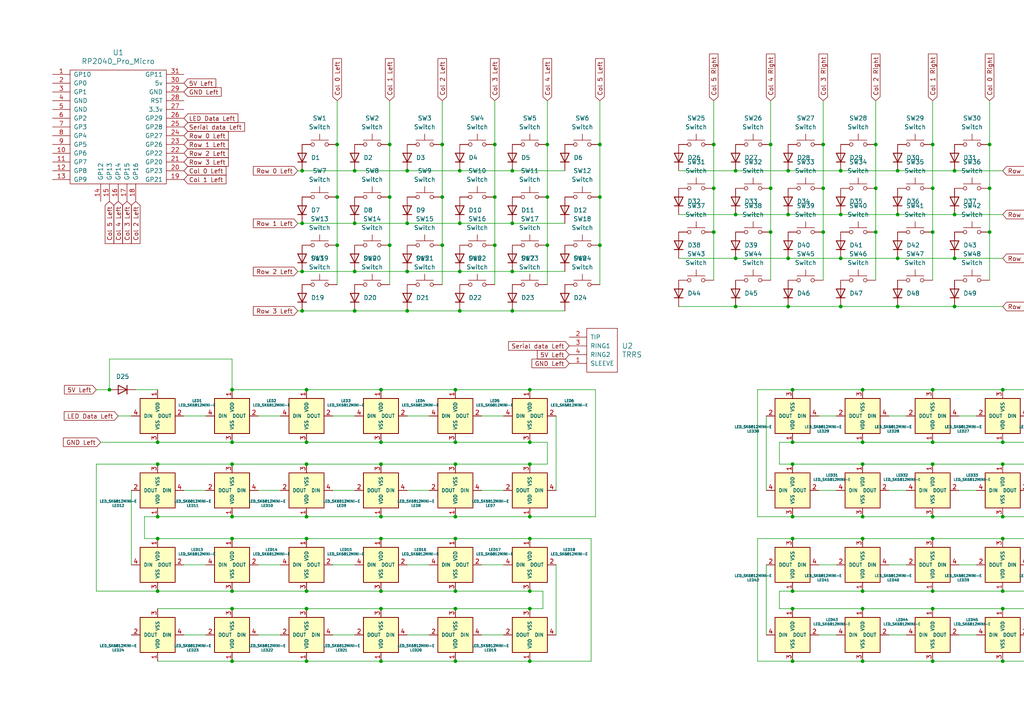
<source format=kicad_sch>
(kicad_sch (version 20231120) (generator "eeschema") (generator_version "8.0")
  (paper "A4")
  (junction (at 229.87 176.53))
  (junction (at 118.11 64.77))
  (junction (at 158.75 71.12))
  (junction (at 312.42 156.21))
  (junction (at 229.87 156.21))
  (junction (at 158.75 57.15))
  (junction (at 312.42 128.27))
  (junction (at 270.51 54.61))
  (junction (at 228.6 49.53))
  (junction (at 238.76 67.31))
  (junction (at 223.52 67.31))
  (junction (at 153.67 113.03))
  (junction (at 250.19 128.27))
  (junction (at 213.36 88.9))
  (junction (at 270.51 41.91))
  (junction (at 87.63 49.53))
  (junction (at 88.9 191.77))
  (junction (at 207.01 41.91))
  (junction (at 290.83 171.45))
  (junction (at 290.83 113.03))
  (junction (at 110.49 134.62))
  (junction (at 102.87 49.53))
  (junction (at 67.31 156.21))
  (junction (at 260.35 62.23))
  (junction (at 153.67 176.53))
  (junction (at 133.35 64.77))
  (junction (at 332.74 113.03))
  (junction (at 173.99 41.91))
  (junction (at 113.03 57.15))
  (junction (at 118.11 49.53))
  (junction (at 207.01 54.61))
  (junction (at 67.31 149.86))
  (junction (at 88.9 171.45))
  (junction (at 132.08 134.62))
  (junction (at 132.08 176.53))
  (junction (at 290.83 191.77))
  (junction (at 270.51 128.27))
  (junction (at 290.83 134.62))
  (junction (at 45.72 149.86))
  (junction (at 110.49 156.21))
  (junction (at 260.35 88.9))
  (junction (at 254 67.31))
  (junction (at 87.63 64.77))
  (junction (at 158.75 41.91))
  (junction (at 67.31 191.77))
  (junction (at 143.51 41.91))
  (junction (at 67.31 176.53))
  (junction (at 110.49 171.45))
  (junction (at 128.27 57.15))
  (junction (at 118.11 78.74))
  (junction (at 67.31 171.45))
  (junction (at 213.36 49.53))
  (junction (at 276.86 62.23))
  (junction (at 102.87 78.74))
  (junction (at 243.84 74.93))
  (junction (at 290.83 156.21))
  (junction (at 110.49 149.86))
  (junction (at 287.02 67.31))
  (junction (at 173.99 71.12))
  (junction (at 45.72 156.21))
  (junction (at 229.87 171.45))
  (junction (at 132.08 149.86))
  (junction (at 270.51 149.86))
  (junction (at 243.84 62.23))
  (junction (at 250.19 171.45))
  (junction (at 128.27 71.12))
  (junction (at 88.9 176.53))
  (junction (at 238.76 41.91))
  (junction (at 148.59 78.74))
  (junction (at 260.35 49.53))
  (junction (at 87.63 90.17))
  (junction (at 213.36 74.93))
  (junction (at 254 41.91))
  (junction (at 153.67 128.27))
  (junction (at 97.79 41.91))
  (junction (at 128.27 41.91))
  (junction (at 229.87 191.77))
  (junction (at 148.59 49.53))
  (junction (at 45.72 128.27))
  (junction (at 132.08 171.45))
  (junction (at 312.42 191.77))
  (junction (at 110.49 191.77))
  (junction (at 88.9 134.62))
  (junction (at 290.83 128.27))
  (junction (at 113.03 71.12))
  (junction (at 228.6 88.9))
  (junction (at 312.42 171.45))
  (junction (at 270.51 113.03))
  (junction (at 132.08 113.03))
  (junction (at 143.51 57.15))
  (junction (at 229.87 134.62))
  (junction (at 228.6 74.93))
  (junction (at 243.84 49.53))
  (junction (at 276.86 74.93))
  (junction (at 132.08 128.27))
  (junction (at 67.31 113.03))
  (junction (at 276.86 49.53))
  (junction (at 97.79 57.15))
  (junction (at 250.19 191.77))
  (junction (at 97.79 71.12))
  (junction (at 88.9 128.27))
  (junction (at 332.74 171.45))
  (junction (at 312.42 134.62))
  (junction (at 270.51 134.62))
  (junction (at 110.49 113.03))
  (junction (at 332.74 156.21))
  (junction (at 238.76 54.61))
  (junction (at 110.49 128.27))
  (junction (at 312.42 113.03))
  (junction (at 290.83 149.86))
  (junction (at 88.9 113.03))
  (junction (at 270.51 67.31))
  (junction (at 102.87 64.77))
  (junction (at 113.03 41.91))
  (junction (at 31.75 113.03))
  (junction (at 250.19 149.86))
  (junction (at 153.67 171.45))
  (junction (at 110.49 176.53))
  (junction (at 250.19 134.62))
  (junction (at 88.9 156.21))
  (junction (at 143.51 71.12))
  (junction (at 270.51 171.45))
  (junction (at 153.67 156.21))
  (junction (at 133.35 49.53))
  (junction (at 133.35 90.17))
  (junction (at 332.74 149.86))
  (junction (at 228.6 62.23))
  (junction (at 287.02 54.61))
  (junction (at 254 54.61))
  (junction (at 250.19 156.21))
  (junction (at 88.9 149.86))
  (junction (at 312.42 149.86))
  (junction (at 132.08 191.77))
  (junction (at 118.11 90.17))
  (junction (at 153.67 134.62))
  (junction (at 250.19 176.53))
  (junction (at 132.08 156.21))
  (junction (at 153.67 149.86))
  (junction (at 290.83 176.53))
  (junction (at 148.59 64.77))
  (junction (at 102.87 90.17))
  (junction (at 229.87 113.03))
  (junction (at 213.36 62.23))
  (junction (at 67.31 134.62))
  (junction (at 45.72 171.45))
  (junction (at 229.87 128.27))
  (junction (at 250.19 113.03))
  (junction (at 260.35 74.93))
  (junction (at 270.51 156.21))
  (junction (at 45.72 134.62))
  (junction (at 67.31 128.27))
  (junction (at 133.35 78.74))
  (junction (at 287.02 41.91))
  (junction (at 270.51 176.53))
  (junction (at 87.63 78.74))
  (junction (at 276.86 88.9))
  (junction (at 229.87 149.86))
  (junction (at 207.01 67.31))
  (junction (at 243.84 88.9))
  (junction (at 223.52 54.61))
  (junction (at 270.51 191.77))
  (junction (at 153.67 191.77))
  (junction (at 345.44 128.27))
  (junction (at 332.74 134.62))
  (junction (at 148.59 90.17))
  (junction (at 173.99 57.15))
  (junction (at 312.42 176.53))
  (junction (at 223.52 41.91))
  (wire (pts (xy 290.83 171.45) (xy 270.51 171.45)))
  (wire (pts (xy 270.51 176.53) (xy 290.83 176.53)))
  (wire (pts (xy 332.74 134.62) (xy 345.44 134.62)))
  (wire (pts (xy 29.21 128.27) (xy 45.72 128.27)))
  (wire (pts (xy 290.83 176.53) (xy 312.42 176.53)))
  (wire (pts (xy 270.51 29.21) (xy 270.51 41.91)))
  (wire (pts (xy 128.27 29.21) (xy 128.27 41.91)))
  (wire (pts (xy 158.75 29.21) (xy 158.75 41.91)))
  (wire (pts (xy 254 41.91) (xy 254 54.61)))
  (wire (pts (xy 298.45 142.24) (xy 304.8 142.24)))
  (wire (pts (xy 254 67.31) (xy 254 81.28)))
  (wire (pts (xy 143.51 71.12) (xy 143.51 82.55)))
  (wire (pts (xy 67.31 176.53) (xy 45.72 176.53)))
  (wire (pts (xy 96.52 120.65) (xy 102.87 120.65)))
  (wire (pts (xy 250.19 156.21) (xy 229.87 156.21)))
  (wire (pts (xy 110.49 113.03) (xy 132.08 113.03)))
  (wire (pts (xy 228.6 74.93) (xy 243.84 74.93)))
  (wire (pts (xy 229.87 113.03) (xy 219.71 113.03)))
  (wire (pts (xy 133.35 49.53) (xy 148.59 49.53)))
  (wire (pts (xy 132.08 171.45) (xy 153.67 171.45)))
  (wire (pts (xy 172.72 113.03) (xy 172.72 149.86)))
  (wire (pts (xy 153.67 134.62) (xy 132.08 134.62)))
  (wire (pts (xy 133.35 78.74) (xy 148.59 78.74)))
  (wire (pts (xy 287.02 29.21) (xy 287.02 41.91)))
  (wire (pts (xy 207.01 41.91) (xy 207.01 54.61)))
  (wire (pts (xy 153.67 149.86) (xy 132.08 149.86)))
  (wire (pts (xy 45.72 113.03) (xy 39.37 113.03)))
  (wire (pts (xy 132.08 128.27) (xy 153.67 128.27)))
  (wire (pts (xy 213.36 88.9) (xy 228.6 88.9)))
  (wire (pts (xy 226.06 134.62) (xy 229.87 134.62)))
  (wire (pts (xy 219.71 113.03) (xy 219.71 149.86)))
  (wire (pts (xy 113.03 29.21) (xy 113.03 41.91)))
  (wire (pts (xy 143.51 41.91) (xy 143.51 57.15)))
  (wire (pts (xy 53.34 163.83) (xy 59.69 163.83)))
  (wire (pts (xy 110.49 171.45) (xy 132.08 171.45)))
  (wire (pts (xy 38.1 142.24) (xy 38.1 163.83)))
  (wire (pts (xy 53.34 142.24) (xy 59.69 142.24)))
  (wire (pts (xy 222.25 163.83) (xy 222.25 184.15)))
  (wire (pts (xy 173.99 57.15) (xy 173.99 71.12)))
  (wire (pts (xy 278.13 184.15) (xy 283.21 184.15)))
  (wire (pts (xy 45.72 171.45) (xy 67.31 171.45)))
  (wire (pts (xy 238.76 41.91) (xy 238.76 54.61)))
  (wire (pts (xy 88.9 176.53) (xy 67.31 176.53)))
  (wire (pts (xy 243.84 62.23) (xy 260.35 62.23)))
  (wire (pts (xy 158.75 134.62) (xy 153.67 134.62)))
  (wire (pts (xy 87.63 64.77) (xy 102.87 64.77)))
  (wire (pts (xy 312.42 134.62) (xy 332.74 134.62)))
  (wire (pts (xy 41.91 156.21) (xy 45.72 156.21)))
  (wire (pts (xy 243.84 74.93) (xy 260.35 74.93)))
  (wire (pts (xy 88.9 149.86) (xy 67.31 149.86)))
  (wire (pts (xy 132.08 156.21) (xy 153.67 156.21)))
  (wire (pts (xy 31.75 113.03) (xy 31.75 104.14)))
  (wire (pts (xy 270.51 67.31) (xy 270.51 81.28)))
  (wire (pts (xy 113.03 57.15) (xy 113.03 71.12)))
  (wire (pts (xy 223.52 29.21) (xy 223.52 41.91)))
  (wire (pts (xy 110.49 134.62) (xy 88.9 134.62)))
  (wire (pts (xy 110.49 176.53) (xy 88.9 176.53)))
  (wire (pts (xy 113.03 71.12) (xy 113.03 82.55)))
  (wire (pts (xy 260.35 49.53) (xy 276.86 49.53)))
  (wire (pts (xy 45.72 134.62) (xy 27.94 134.62)))
  (wire (pts (xy 320.04 184.15) (xy 325.12 184.15)))
  (wire (pts (xy 118.11 184.15) (xy 124.46 184.15)))
  (wire (pts (xy 226.06 171.45) (xy 226.06 176.53)))
  (wire (pts (xy 213.36 74.93) (xy 228.6 74.93)))
  (wire (pts (xy 350.52 113.03) (xy 332.74 113.03)))
  (wire (pts (xy 118.11 64.77) (xy 133.35 64.77)))
  (wire (pts (xy 278.13 120.65) (xy 283.21 120.65)))
  (wire (pts (xy 207.01 29.21) (xy 207.01 41.91)))
  (wire (pts (xy 237.49 142.24) (xy 242.57 142.24)))
  (wire (pts (xy 290.83 149.86) (xy 312.42 149.86)))
  (wire (pts (xy 276.86 74.93) (xy 290.83 74.93)))
  (wire (pts (xy 67.31 156.21) (xy 88.9 156.21)))
  (wire (pts (xy 287.02 67.31) (xy 287.02 81.28)))
  (wire (pts (xy 67.31 128.27) (xy 88.9 128.27)))
  (wire (pts (xy 87.63 49.53) (xy 102.87 49.53)))
  (wire (pts (xy 335.28 149.86) (xy 335.28 156.21)))
  (wire (pts (xy 270.51 134.62) (xy 290.83 134.62)))
  (wire (pts (xy 74.93 184.15) (xy 81.28 184.15)))
  (wire (pts (xy 143.51 29.21) (xy 143.51 41.91)))
  (wire (pts (xy 86.36 49.53) (xy 87.63 49.53)))
  (wire (pts (xy 157.48 171.45) (xy 157.48 176.53)))
  (wire (pts (xy 345.44 171.45) (xy 332.74 171.45)))
  (wire (pts (xy 312.42 176.53) (xy 332.74 176.53)))
  (wire (pts (xy 87.63 90.17) (xy 102.87 90.17)))
  (wire (pts (xy 213.36 49.53) (xy 228.6 49.53)))
  (wire (pts (xy 118.11 142.24) (xy 124.46 142.24)))
  (wire (pts (xy 260.35 88.9) (xy 276.86 88.9)))
  (wire (pts (xy 110.49 191.77) (xy 88.9 191.77)))
  (wire (pts (xy 67.31 191.77) (xy 45.72 191.77)))
  (wire (pts (xy 27.94 134.62) (xy 27.94 171.45)))
  (wire (pts (xy 158.75 71.12) (xy 158.75 82.55)))
  (wire (pts (xy 229.87 191.77) (xy 250.19 191.77)))
  (wire (pts (xy 250.19 171.45) (xy 229.87 171.45)))
  (wire (pts (xy 172.72 149.86) (xy 153.67 149.86)))
  (wire (pts (xy 148.59 49.53) (xy 163.83 49.53)))
  (wire (pts (xy 173.99 71.12) (xy 173.99 82.55)))
  (wire (pts (xy 312.42 149.86) (xy 332.74 149.86)))
  (wire (pts (xy 173.99 41.91) (xy 173.99 57.15)))
  (wire (pts (xy 270.51 171.45) (xy 250.19 171.45)))
  (wire (pts (xy 254 29.21) (xy 254 41.91)))
  (wire (pts (xy 226.06 176.53) (xy 229.87 176.53)))
  (wire (pts (xy 74.93 163.83) (xy 81.28 163.83)))
  (wire (pts (xy 226.06 128.27) (xy 226.06 134.62)))
  (wire (pts (xy 332.74 113.03) (xy 312.42 113.03)))
  (wire (pts (xy 332.74 128.27) (xy 337.82 128.27)))
  (wire (pts (xy 276.86 49.53) (xy 290.83 49.53)))
  (wire (pts (xy 31.75 104.14) (xy 67.31 104.14)))
  (wire (pts (xy 161.29 120.65) (xy 161.29 142.24)))
  (wire (pts (xy 278.13 163.83) (xy 283.21 163.83)))
  (wire (pts (xy 148.59 90.17) (xy 163.83 90.17)))
  (wire (pts (xy 229.87 176.53) (xy 250.19 176.53)))
  (wire (pts (xy 97.79 41.91) (xy 97.79 57.15)))
  (wire (pts (xy 223.52 41.91) (xy 223.52 54.61)))
  (wire (pts (xy 45.72 149.86) (xy 41.91 149.86)))
  (wire (pts (xy 276.86 88.9) (xy 290.83 88.9)))
  (wire (pts (xy 312.42 130.81) (xy 312.42 128.27)))
  (wire (pts (xy 139.7 163.83) (xy 146.05 163.83)))
  (wire (pts (xy 270.51 128.27) (xy 250.19 128.27)))
  (wire (pts (xy 132.08 191.77) (xy 110.49 191.77)))
  (wire (pts (xy 148.59 78.74) (xy 163.83 78.74)))
  (wire (pts (xy 270.51 156.21) (xy 250.19 156.21)))
  (wire (pts (xy 312.42 191.77) (xy 332.74 191.77)))
  (wire (pts (xy 118.11 120.65) (xy 124.46 120.65)))
  (wire (pts (xy 158.75 128.27) (xy 158.75 134.62)))
  (wire (pts (xy 102.87 49.53) (xy 118.11 49.53)))
  (wire (pts (xy 332.74 171.45) (xy 312.42 171.45)))
  (wire (pts (xy 53.34 184.15) (xy 59.69 184.15)))
  (wire (pts (xy 97.79 71.12) (xy 97.79 82.55)))
  (wire (pts (xy 139.7 142.24) (xy 146.05 142.24)))
  (wire (pts (xy 250.19 149.86) (xy 270.51 149.86)))
  (wire (pts (xy 345.44 130.81) (xy 312.42 130.81)))
  (wire (pts (xy 110.49 156.21) (xy 132.08 156.21)))
  (wire (pts (xy 250.19 191.77) (xy 270.51 191.77)))
  (wire (pts (xy 257.81 184.15) (xy 262.89 184.15)))
  (wire (pts (xy 118.11 78.74) (xy 133.35 78.74)))
  (wire (pts (xy 196.85 74.93) (xy 213.36 74.93)))
  (wire (pts (xy 133.35 64.77) (xy 148.59 64.77)))
  (wire (pts (xy 250.19 113.03) (xy 229.87 113.03)))
  (wire (pts (xy 213.36 62.23) (xy 228.6 62.23)))
  (wire (pts (xy 222.25 120.65) (xy 222.25 142.24)))
  (wire (pts (xy 237.49 120.65) (xy 242.57 120.65)))
  (wire (pts (xy 132.08 176.53) (xy 110.49 176.53)))
  (wire (pts (xy 257.81 163.83) (xy 262.89 163.83)))
  (wire (pts (xy 110.49 149.86) (xy 88.9 149.86)))
  (wire (pts (xy 223.52 67.31) (xy 223.52 81.28)))
  (wire (pts (xy 345.44 134.62) (xy 345.44 171.45)))
  (wire (pts (xy 67.31 104.14) (xy 67.31 113.03)))
  (wire (pts (xy 243.84 88.9) (xy 260.35 88.9)))
  (wire (pts (xy 171.45 156.21) (xy 171.45 191.77)))
  (wire (pts (xy 153.67 156.21) (xy 171.45 156.21)))
  (wire (pts (xy 270.51 113.03) (xy 250.19 113.03)))
  (wire (pts (xy 270.51 54.61) (xy 270.51 67.31)))
  (wire (pts (xy 67.31 149.86) (xy 45.72 149.86)))
  (wire (pts (xy 88.9 156.21) (xy 110.49 156.21)))
  (wire (pts (xy 173.99 29.21) (xy 173.99 41.91)))
  (wire (pts (xy 207.01 67.31) (xy 207.01 81.28)))
  (wire (pts (xy 237.49 184.15) (xy 242.57 184.15)))
  (wire (pts (xy 250.19 134.62) (xy 270.51 134.62)))
  (wire (pts (xy 139.7 184.15) (xy 146.05 184.15)))
  (wire (pts (xy 139.7 120.65) (xy 146.05 120.65)))
  (wire (pts (xy 229.87 134.62) (xy 250.19 134.62)))
  (wire (pts (xy 219.71 191.77) (xy 229.87 191.77)))
  (wire (pts (xy 340.36 142.24) (xy 340.36 163.83)))
  (wire (pts (xy 229.87 156.21) (xy 219.71 156.21)))
  (wire (pts (xy 148.59 64.77) (xy 163.83 64.77)))
  (wire (pts (xy 320.04 142.24) (xy 325.12 142.24)))
  (wire (pts (xy 118.11 90.17) (xy 133.35 90.17)))
  (wire (pts (xy 102.87 90.17) (xy 118.11 90.17)))
  (wire (pts (xy 332.74 156.21) (xy 312.42 156.21)))
  (wire (pts (xy 74.93 142.24) (xy 81.28 142.24)))
  (wire (pts (xy 67.31 113.03) (xy 88.9 113.03)))
  (wire (pts (xy 320.04 163.83) (xy 325.12 163.83)))
  (wire (pts (xy 102.87 78.74) (xy 118.11 78.74)))
  (wire (pts (xy 290.83 156.21) (xy 270.51 156.21)))
  (wire (pts (xy 229.87 149.86) (xy 250.19 149.86)))
  (wire (pts (xy 223.52 54.61) (xy 223.52 67.31)))
  (wire (pts (xy 290.83 134.62) (xy 312.42 134.62)))
  (wire (pts (xy 320.04 120.65) (xy 325.12 120.65)))
  (wire (pts (xy 260.35 62.23) (xy 276.86 62.23)))
  (wire (pts (xy 96.52 184.15) (xy 102.87 184.15)))
  (wire (pts (xy 312.42 113.03) (xy 290.83 113.03)))
  (wire (pts (xy 287.02 54.61) (xy 287.02 67.31)))
  (wire (pts (xy 153.67 128.27) (xy 158.75 128.27)))
  (wire (pts (xy 97.79 29.21) (xy 97.79 41.91)))
  (wire (pts (xy 132.08 113.03) (xy 153.67 113.03)))
  (wire (pts (xy 335.28 156.21) (xy 332.74 156.21)))
  (wire (pts (xy 88.9 171.45) (xy 110.49 171.45)))
  (wire (pts (xy 45.72 156.21) (xy 67.31 156.21)))
  (wire (pts (xy 153.67 113.03) (xy 172.72 113.03)))
  (wire (pts (xy 228.6 62.23) (xy 243.84 62.23)))
  (wire (pts (xy 96.52 142.24) (xy 102.87 142.24)))
  (wire (pts (xy 118.11 163.83) (xy 124.46 163.83)))
  (wire (pts (xy 196.85 49.53) (xy 213.36 49.53)))
  (wire (pts (xy 228.6 88.9) (xy 243.84 88.9)))
  (wire (pts (xy 254 54.61) (xy 254 67.31)))
  (wire (pts (xy 143.51 57.15) (xy 143.51 71.12)))
  (wire (pts (xy 133.35 90.17) (xy 148.59 90.17)))
  (wire (pts (xy 67.31 171.45) (xy 88.9 171.45)))
  (wire (pts (xy 228.6 49.53) (xy 243.84 49.53)))
  (wire (pts (xy 128.27 71.12) (xy 128.27 82.55)))
  (wire (pts (xy 332.74 149.86) (xy 335.28 149.86)))
  (wire (pts (xy 158.75 57.15) (xy 158.75 71.12)))
  (wire (pts (xy 270.51 149.86) (xy 290.83 149.86)))
  (wire (pts (xy 312.42 156.21) (xy 290.83 156.21)))
  (wire (pts (xy 171.45 191.77) (xy 153.67 191.77)))
  (wire (pts (xy 153.67 191.77) (xy 132.08 191.77)))
  (wire (pts (xy 97.79 57.15) (xy 97.79 71.12)))
  (wire (pts (xy 113.03 41.91) (xy 113.03 57.15)))
  (wire (pts (xy 27.94 171.45) (xy 45.72 171.45)))
  (wire (pts (xy 153.67 176.53) (xy 132.08 176.53)))
  (wire (pts (xy 257.81 120.65) (xy 262.89 120.65)))
  (wire (pts (xy 158.75 41.91) (xy 158.75 57.15)))
  (wire (pts (xy 270.51 41.91) (xy 270.51 54.61)))
  (wire (pts (xy 345.44 128.27) (xy 351.79 128.27)))
  (wire (pts (xy 340.36 120.65) (xy 345.44 120.65)))
  (wire (pts (xy 237.49 163.83) (xy 242.57 163.83)))
  (wire (pts (xy 102.87 64.77) (xy 118.11 64.77)))
  (wire (pts (xy 312.42 128.27) (xy 290.83 128.27)))
  (wire (pts (xy 312.42 171.45) (xy 290.83 171.45)))
  (wire (pts (xy 243.84 49.53) (xy 260.35 49.53)))
  (wire (pts (xy 250.19 128.27) (xy 229.87 128.27)))
  (wire (pts (xy 86.36 64.77) (xy 87.63 64.77)))
  (wire (pts (xy 118.11 49.53) (xy 133.35 49.53)))
  (wire (pts (xy 53.34 120.65) (xy 59.69 120.65)))
  (wire (pts (xy 298.45 120.65) (xy 304.8 120.65)))
  (wire (pts (xy 229.87 171.45) (xy 226.06 171.45)))
  (wire (pts (xy 86.36 78.74) (xy 87.63 78.74)))
  (wire (pts (xy 87.63 78.74) (xy 102.87 78.74)))
  (wire (pts (xy 34.29 120.65) (xy 38.1 120.65)))
  (wire (pts (xy 88.9 128.27) (xy 110.49 128.27)))
  (wire (pts (xy 128.27 57.15) (xy 128.27 71.12)))
  (wire (pts (xy 88.9 113.03) (xy 110.49 113.03)))
  (wire (pts (xy 196.85 88.9) (xy 213.36 88.9)))
  (wire (pts (xy 128.27 41.91) (xy 128.27 57.15)))
  (wire (pts (xy 132.08 134.62) (xy 110.49 134.62)))
  (wire (pts (xy 74.93 120.65) (xy 81.28 120.65)))
  (wire (pts (xy 290.83 128.27) (xy 270.51 128.27)))
  (wire (pts (xy 298.45 163.83) (xy 304.8 163.83)))
  (wire (pts (xy 257.81 142.24) (xy 262.89 142.24)))
  (wire (pts (xy 132.08 149.86) (xy 110.49 149.86)))
  (wire (pts (xy 110.49 128.27) (xy 132.08 128.27)))
  (wire (pts (xy 345.44 128.27) (xy 345.44 130.81)))
  (wire (pts (xy 250.19 176.53) (xy 270.51 176.53)))
  (wire (pts (xy 88.9 134.62) (xy 67.31 134.62)))
  (wire (pts (xy 219.71 156.21) (xy 219.71 191.77)))
  (wire (pts (xy 238.76 54.61) (xy 238.76 67.31)))
  (wire (pts (xy 161.29 163.83) (xy 161.29 184.15)))
  (wire (pts (xy 157.48 176.53) (xy 153.67 176.53)))
  (wire (pts (xy 31.75 113.03) (xy 27.94 113.03)))
  (wire (pts (xy 238.76 67.31) (xy 238.76 81.28)))
  (wire (pts (xy 88.9 191.77) (xy 67.31 191.77)))
  (wire (pts (xy 270.51 191.77) (xy 290.83 191.77)))
  (wire (pts (xy 45.72 128.27) (xy 67.31 128.27)))
  (wire (pts (xy 41.91 149.86) (xy 41.91 156.21)))
  (wire (pts (xy 219.71 149.86) (xy 229.87 149.86)))
  (wire (pts (xy 207.01 54.61) (xy 207.01 67.31)))
  (wire (pts (xy 290.83 113.03) (xy 270.51 113.03)))
  (wire (pts (xy 298.45 184.15) (xy 304.8 184.15)))
  (wire (pts (xy 86.36 90.17) (xy 87.63 90.17)))
  (wire (pts (xy 96.52 163.83) (xy 102.87 163.83)))
  (wire (pts (xy 153.67 171.45) (xy 157.48 171.45)))
  (wire (pts (xy 238.76 29.21) (xy 238.76 41.91)))
  (wire (pts (xy 260.35 74.93) (xy 276.86 74.93)))
  (wire (pts (xy 290.83 191.77) (xy 312.42 191.77)))
  (wire (pts (xy 287.02 41.91) (xy 287.02 54.61)))
  (wire (pts (xy 229.87 128.27) (xy 226.06 128.27)))
  (wire (pts (xy 276.86 62.23) (xy 290.83 62.23)))
  (wire (pts (xy 196.85 62.23) (xy 213.36 62.23)))
  (wire (pts (xy 278.13 142.24) (xy 283.21 142.24)))
  (wire (pts (xy 67.31 134.62) (xy 45.72 134.62)))
  (global_label "5V Right" (shape input) (at 330.2 26.67 180) (property "Intersheetrefs" "${INTERSHEET_REFS}" (effects (hide yes))))
  (global_label "Col 2 Right" (shape input) (at 254 29.21 90) (property "Intersheetrefs" "${INTERSHEET_REFS}" (effects (hide yes))))
  (global_label "Col 0 Right" (shape input) (at 287.02 29.21 90) (property "Intersheetrefs" "${INTERSHEET_REFS}" (effects (hide yes))))
  (global_label "Col 3 Left" (shape input) (at 36.83 58.42 270) (property "Intersheetrefs" "${INTERSHEET_REFS}" (effects (hide yes))))
  (global_label "Serial data Right" (shape input) (at 373.38 59.69 0) (property "Intersheetrefs" "${INTERSHEET_REFS}" (effects (hide yes))))
  (global_label "Row 1 Right" (shape input) (at 290.83 62.23 0) (property "Intersheetrefs" "${INTERSHEET_REFS}" (effects (hide yes))))
  (global_label "Col 4 Right" (shape input) (at 354.33 81.28 270) (property "Intersheetrefs" "${INTERSHEET_REFS}" (effects (hide yes))))
  (global_label "LED Data Left" (shape input) (at 53.34 34.29 0) (property "Intersheetrefs" "${INTERSHEET_REFS}" (effects (hide yes))))
  (global_label "GND Right" (shape input) (at 350.52 113.03 0) (property "Intersheetrefs" "${INTERSHEET_REFS}" (effects (hide yes))))
  (global_label "5V Left" (shape input) (at 53.34 24.13 0) (property "Intersheetrefs" "${INTERSHEET_REFS}" (effects (hide yes))))
  (global_label "Col 2 Right" (shape input) (at 359.41 81.28 270) (property "Intersheetrefs" "${INTERSHEET_REFS}" (effects (hide yes))))
  (global_label "LED Data Left" (shape input) (at 34.29 120.65 180) (property "Intersheetrefs" "${INTERSHEET_REFS}" (effects (hide yes))))
  (global_label "Serial data Left" (shape input) (at 53.34 36.83 0) (property "Intersheetrefs" "${INTERSHEET_REFS}" (effects (hide yes))))
  (global_label "Row 1 Left" (shape input) (at 53.34 41.91 0) (property "Intersheetrefs" "${INTERSHEET_REFS}" (effects (hide yes))))
  (global_label "Col 4 Right" (shape input) (at 223.52 29.21 90) (property "Intersheetrefs" "${INTERSHEET_REFS}" (effects (hide yes))))
  (global_label "Row 2 Left" (shape input) (at 53.34 44.45 0) (property "Intersheetrefs" "${INTERSHEET_REFS}" (effects (hide yes))))
  (global_label "Row 3 Left" (shape input) (at 86.36 90.17 180) (property "Intersheetrefs" "${INTERSHEET_REFS}" (effects (hide yes))))
  (global_label "Row 3 Right" (shape input) (at 290.83 88.9 0) (property "Intersheetrefs" "${INTERSHEET_REFS}" (effects (hide yes))))
  (global_label "GND Left" (shape input) (at 165.1 105.41 180) (property "Intersheetrefs" "${INTERSHEET_REFS}" (effects (hide yes))))
  (global_label "Col 5 Right" (shape input) (at 207.01 29.21 90) (property "Intersheetrefs" "${INTERSHEET_REFS}" (effects (hide yes))))
  (global_label "5V Right" (shape input) (at 373.38 46.99 0) (property "Intersheetrefs" "${INTERSHEET_REFS}" (effects (hide yes))))
  (global_label "Row 3 Left" (shape input) (at 53.34 46.99 0) (property "Intersheetrefs" "${INTERSHEET_REFS}" (effects (hide yes))))
  (global_label "Col 3 Right" (shape input) (at 356.87 81.28 270) (property "Intersheetrefs" "${INTERSHEET_REFS}" (effects (hide yes))))
  (global_label "Col 1 Left" (shape input) (at 53.34 52.07 0) (property "Intersheetrefs" "${INTERSHEET_REFS}" (effects (hide yes))))
  (global_label "GND Left" (shape input) (at 53.34 26.67 0) (property "Intersheetrefs" "${INTERSHEET_REFS}" (effects (hide yes))))
  (global_label "Col 2 Left" (shape input) (at 39.37 58.42 270) (property "Intersheetrefs" "${INTERSHEET_REFS}" (effects (hide yes))))
  (global_label "Col 1 Left" (shape input) (at 113.03 29.21 90) (property "Intersheetrefs" "${INTERSHEET_REFS}" (effects (hide yes))))
  (global_label "Row 0 Left" (shape input) (at 86.36 49.53 180) (property "Intersheetrefs" "${INTERSHEET_REFS}" (effects (hide yes))))
  (global_label "Col 4 Left" (shape input) (at 158.75 29.21 90) (property "Intersheetrefs" "${INTERSHEET_REFS}" (effects (hide yes))))
  (global_label "5V Left" (shape input) (at 165.1 102.87 180) (property "Intersheetrefs" "${INTERSHEET_REFS}" (effects (hide yes))))
  (global_label "Col 4 Left" (shape input) (at 34.29 58.42 270) (property "Intersheetrefs" "${INTERSHEET_REFS}" (effects (hide yes))))
  (global_label "GND Left" (shape input) (at 29.21 128.27 180) (property "Intersheetrefs" "${INTERSHEET_REFS}" (effects (hide yes))))
  (global_label "Row 1 Left" (shape input) (at 86.36 64.77 180) (property "Intersheetrefs" "${INTERSHEET_REFS}" (effects (hide yes))))
  (global_label "Col 1 Right" (shape input) (at 373.38 74.93 0) (property "Intersheetrefs" "${INTERSHEET_REFS}" (effects (hide yes))))
  (global_label "Col 3 Right" (shape input) (at 238.76 29.21 90) (property "Intersheetrefs" "${INTERSHEET_REFS}" (effects (hide yes))))
  (global_label "Serial data Left" (shape input) (at 165.1 100.33 180) (property "Intersheetrefs" "${INTERSHEET_REFS}" (effects (hide yes))))
  (global_label "Row 2 Left" (shape input) (at 86.36 78.74 180) (property "Intersheetrefs" "${INTERSHEET_REFS}" (effects (hide yes))))
  (global_label "Row 3 Right" (shape input) (at 373.38 69.85 0) (property "Intersheetrefs" "${INTERSHEET_REFS}" (effects (hide yes))))
  (global_label "Row 2 Right" (shape input) (at 290.83 74.93 0) (property "Intersheetrefs" "${INTERSHEET_REFS}" (effects (hide yes))))
  (global_label "Col 5 Left" (shape input) (at 173.99 29.21 90) (property "Intersheetrefs" "${INTERSHEET_REFS}" (effects (hide yes))))
  (global_label "Col 0 Right" (shape input) (at 373.38 72.39 0) (property "Intersheetrefs" "${INTERSHEET_REFS}" (effects (hide yes))))
  (global_label "Row 2 Right" (shape input) (at 373.38 67.31 0) (property "Intersheetrefs" "${INTERSHEET_REFS}" (effects (hide yes))))
  (global_label "LED data Right" (shape input) (at 345.44 120.65 0) (property "Intersheetrefs" "${INTERSHEET_REFS}" (effects (hide yes))))
  (global_label "Col 3 Left" (shape input) (at 143.51 29.21 90) (property "Intersheetrefs" "${INTERSHEET_REFS}" (effects (hide yes))))
  (global_label "Row 0 Right" (shape input) (at 290.83 49.53 0) (property "Intersheetrefs" "${INTERSHEET_REFS}" (effects (hide yes))))
  (global_label "Col 0 Left" (shape input) (at 97.79 29.21 90) (property "Intersheetrefs" "${INTERSHEET_REFS}" (effects (hide yes))))
  (global_label "Col 2 Left" (shape input) (at 128.27 29.21 90) (property "Intersheetrefs" "${INTERSHEET_REFS}" (effects (hide yes))))
  (global_label "GND Right" (shape input) (at 373.38 49.53 0) (property "Intersheetrefs" "${INTERSHEET_REFS}" (effects (hide yes))))
  (global_label "Row 0 Right" (shape input) (at 373.38 62.23 0) (property "Intersheetrefs" "${INTERSHEET_REFS}" (effects (hide yes))))
  (global_label "Col 5 Left" (shape input) (at 31.75 58.42 270) (property "Intersheetrefs" "${INTERSHEET_REFS}" (effects (hide yes))))
  (global_label "Row 1 Right" (shape input) (at 373.38 64.77 0) (property "Intersheetrefs" "${INTERSHEET_REFS}" (effects (hide yes))))
  (global_label "5V Right" (shape input) (at 351.79 128.27 0) (property "Intersheetrefs" "${INTERSHEET_REFS}" (effects (hide yes))))
  (global_label "Col 0 Left" (shape input) (at 53.34 49.53 0) (property "Intersheetrefs" "${INTERSHEET_REFS}" (effects (hide yes))))
  (global_label "Serial data Right" (shape input) (at 330.2 24.13 180) (property "Intersheetrefs" "${INTERSHEET_REFS}" (effects (hide yes))))
  (global_label "Col 5 Right" (shape input) (at 351.79 81.28 270) (property "Intersheetrefs" "${INTERSHEET_REFS}" (effects (hide yes))))
  (global_label "GND Right" (shape input) (at 330.2 29.21 180) (property "Intersheetrefs" "${INTERSHEET_REFS}" (effects (hide yes))))
  (global_label "5V Left" (shape input) (at 27.94 113.03 180) (property "Intersheetrefs" "${INTERSHEET_REFS}" (effects (hide yes))))
  (global_label "LED data Right" (shape input) (at 373.38 57.15 0) (property "Intersheetrefs" "${INTERSHEET_REFS}" (effects (hide yes))))
  (global_label "Col 1 Right" (shape input) (at 270.51 29.21 90) (property "Intersheetrefs" "${INTERSHEET_REFS}" (effects (hide yes))))
  (global_label "Row 0 Left" (shape input) (at 53.34 39.37 0) (property "Intersheetrefs" "${INTERSHEET_REFS}" (effects (hide yes))))
  (symbol (lib_id "pjimenez:Switch_ChocV1-hotswap") (at 107.95 57.15 0) (unit 1)
    (property "Reference" "SW8" (at 107.95 49.53 0))
    (property "Value" "Switch" (at 107.95 52.07 0))
    (property "Footprint" "pjimenez:Switch_ChocV1-hotswap" (effects (hide yes)))
    (property "Description" "Push button switch, generic, two pins" (effects (hide yes)))
  )
  (symbol (lib_id "pjimenez:LED_SK6812MINI-E") (at 132.08 142.24 180) (unit 1)
    (property "Reference" "LED8" (at 120.65 146.6535 0) (effects (font (size 0.7366 0.7366))))
    (property "Value" "LED_SK6812MINI-E" (at 120.65 145.3835 0) (effects (font (size 0.7366 0.7366))))
    (property "Footprint" "pjimenez:LED_SK6812-MINI-E" (effects (hide yes)))
  )
  (symbol (lib_id "pjimenez:Diode_1N4148-SOD123") (at 163.83 45.72 90) (unit 1)
    (property "Reference" "D6" (at 166.37 45.7199 90) (effects (justify right)))
    (property "Value" "Diode_1N4148-SOD123" (effects (hide yes)))
    (property "Footprint" "pjimenez:Diode_1N4148-SOD123" (effects (hide yes)))
    (property "Description" "1N4148 (DO-35) or 1N4148W (SOD-123)" (effects (hide yes)))
    (property "Sim.Device" "D" (effects (hide yes)))
    (property "Sim.Pins" "1=K 2=A" (effects (hide yes)))
  )
  (symbol (lib_id "pjimenez:Diode_1N4148-SOD123") (at 118.11 74.93 90) (unit 1)
    (property "Reference" "D15" (at 120.65 74.9299 90) (effects (justify right)))
    (property "Value" "Diode_1N4148-SOD123" (effects (hide yes)))
    (property "Footprint" "pjimenez:Diode_1N4148-SOD123" (effects (hide yes)))
    (property "Description" "1N4148 (DO-35) or 1N4148W (SOD-123)" (effects (hide yes)))
    (property "Sim.Device" "D" (effects (hide yes)))
    (property "Sim.Pins" "1=K 2=A" (effects (hide yes)))
  )
  (symbol (lib_id "pjimenez:Diode_1N4148-SOD123") (at 133.35 45.72 90) (unit 1)
    (property "Reference" "D4" (at 135.89 45.7199 90) (effects (justify right)))
    (property "Value" "Diode_1N4148-SOD123" (effects (hide yes)))
    (property "Footprint" "pjimenez:Diode_1N4148-SOD123" (effects (hide yes)))
    (property "Description" "1N4148 (DO-35) or 1N4148W (SOD-123)" (effects (hide yes)))
    (property "Sim.Device" "D" (effects (hide yes)))
    (property "Sim.Pins" "1=K 2=A" (effects (hide yes)))
  )
  (symbol (lib_id "pjimenez:LED_SK6812MINI-E") (at 332.74 184.15 0) (unit 1)
    (property "Reference" "LED48" (at 344.17 179.7365 0) (effects (font (size 0.7366 0.7366))))
    (property "Value" "LED_SK6812MINI-E" (at 344.17 181.0065 0) (effects (font (size 0.7366 0.7366))))
    (property "Footprint" "pjimenez:LED_SK6812-MINI-E" (effects (hide yes)))
  )
  (symbol (lib_id "pjimenez:LED_SK6812MINI-E") (at 110.49 163.83 0) (unit 1)
    (property "Reference" "LED16" (at 121.92 159.4165 0) (effects (font (size 0.7366 0.7366))))
    (property "Value" "LED_SK6812MINI-E" (at 121.92 160.6865 0) (effects (font (size 0.7366 0.7366))))
    (property "Footprint" "pjimenez:LED_SK6812-MINI-E" (effects (hide yes)))
  )
  (symbol (lib_id "pjimenez:Diode_1N4148-SOD123") (at 102.87 74.93 90) (unit 1)
    (property "Reference" "D14" (at 105.41 74.9299 90) (effects (justify right)))
    (property "Value" "Diode_1N4148-SOD123" (effects (hide yes)))
    (property "Footprint" "pjimenez:Diode_1N4148-SOD123" (effects (hide yes)))
    (property "Description" "1N4148 (DO-35) or 1N4148W (SOD-123)" (effects (hide yes)))
    (property "Sim.Device" "D" (effects (hide yes)))
    (property "Sim.Pins" "1=K 2=A" (effects (hide yes)))
  )
  (symbol (lib_id "pjimenez:LED_SK6812MINI-E") (at 67.31 120.65 0) (unit 1)
    (property "Reference" "LED2" (at 78.74 116.2365 0) (effects (font (size 0.7366 0.7366))))
    (property "Value" "LED_SK6812MINI-E" (at 78.74 117.5065 0) (effects (font (size 0.7366 0.7366))))
    (property "Footprint" "pjimenez:LED_SK6812-MINI-E" (effects (hide yes)))
  )
  (symbol (lib_id "pjimenez:Switch_ChocV1-hotswap") (at 168.91 41.91 0) (unit 1)
    (property "Reference" "SW6" (at 168.91 34.29 0))
    (property "Value" "Switch" (at 168.91 36.83 0))
    (property "Footprint" "pjimenez:Switch_ChocV1-hotswap" (effects (hide yes)))
    (property "Description" "Push button switch, generic, two pins" (effects (hide yes)))
  )
  (symbol (lib_id "pjimenez:LED_SK6812MINI-E") (at 332.74 163.83 180) (unit 1)
    (property "Reference" "LED37" (effects (hide yes)))
    (property "Value" "LED_SK6812MINI-E" (effects (hide yes)))
    (property "Footprint" "pjimenez:LED_SK6812-MINI-E" (effects (hide yes)))
  )
  (symbol (lib_id "pjimenez:Switch_ChocV1-hotswap") (at 123.19 57.15 0) (unit 1)
    (property "Reference" "SW9" (at 123.19 49.53 0))
    (property "Value" "Switch" (at 123.19 52.07 0))
    (property "Footprint" "pjimenez:Switch_ChocV1-hotswap" (effects (hide yes)))
    (property "Description" "Push button switch, generic, two pins" (effects (hide yes)))
  )
  (symbol (lib_id "pjimenez:Diode_1N4148-SOD123") (at 133.35 74.93 90) (unit 1)
    (property "Reference" "D16" (at 135.89 74.9299 90) (effects (justify right)))
    (property "Value" "Diode_1N4148-SOD123" (effects (hide yes)))
    (property "Footprint" "pjimenez:Diode_1N4148-SOD123" (effects (hide yes)))
    (property "Description" "1N4148 (DO-35) or 1N4148W (SOD-123)" (effects (hide yes)))
    (property "Sim.Device" "D" (effects (hide yes)))
    (property "Sim.Pins" "1=K 2=A" (effects (hide yes)))
  )
  (symbol (lib_id "pjimenez:LED_SK6812MINI-E") (at 45.72 142.24 180) (unit 1)
    (property "Reference" "LED12" (at 34.29 146.6535 0) (effects (font (size 0.7366 0.7366))))
    (property "Value" "LED_SK6812MINI-E" (at 34.29 145.3835 0) (effects (font (size 0.7366 0.7366))))
    (property "Footprint" "pjimenez:LED_SK6812-MINI-E" (effects (hide yes)))
  )
  (symbol (lib_id "pjimenez:Diode_1N4148-SOD123") (at 243.84 45.72 90) (unit 1)
    (property "Reference" "D29" (at 246.38 45.7199 90) (effects (justify right)))
    (property "Value" "Diode_1N4148-SOD123" (effects (hide yes)))
    (property "Footprint" "pjimenez:Diode_1N4148-SOD123" (effects (hide yes)))
    (property "Description" "1N4148 (DO-35) or 1N4148W (SOD-123)" (effects (hide yes)))
    (property "Sim.Device" "D" (effects (hide yes)))
    (property "Sim.Pins" "1=K 2=A" (effects (hide yes)))
  )
  (symbol (lib_id "pjimenez:LED_SK6812MINI-E") (at 229.87 184.15 0) (unit 1)
    (property "Reference" "LED43" (at 241.3 179.7365 0) (effects (font (size 0.7366 0.7366))))
    (property "Value" "LED_SK6812MINI-E" (at 241.3 181.0065 0) (effects (font (size 0.7366 0.7366))))
    (property "Footprint" "pjimenez:LED_SK6812-MINI-E" (effects (hide yes)))
  )
  (symbol (lib_id "pjimenez:Diode_1N4148-SOD123") (at 213.36 85.09 90) (unit 1)
    (property "Reference" "D45" (at 215.9 85.0899 90) (effects (justify right)))
    (property "Value" "Diode_1N4148-SOD123" (effects (hide yes)))
    (property "Footprint" "pjimenez:Diode_1N4148-SOD123" (effects (hide yes)))
    (property "Description" "1N4148 (DO-35) or 1N4148W (SOD-123)" (effects (hide yes)))
    (property "Sim.Device" "D" (effects (hide yes)))
    (property "Sim.Pins" "1=K 2=A" (effects (hide yes)))
  )
  (symbol (lib_id "pjimenez:LED_SK6812MINI-E") (at 110.49 184.15 180) (unit 1)
    (property "Reference" "LED21" (at 99.06 188.5635 0) (effects (font (size 0.7366 0.7366))))
    (property "Value" "LED_SK6812MINI-E" (at 99.06 187.2935 0) (effects (font (size 0.7366 0.7366))))
    (property "Footprint" "pjimenez:LED_SK6812-MINI-E" (effects (hide yes)))
  )
  (symbol (lib_id "pjimenez:Diode_1N4148-SOD123") (at 148.59 45.72 90) (unit 1)
    (property "Reference" "D5" (at 151.13 45.7199 90) (effects (justify right)))
    (property "Value" "Diode_1N4148-SOD123" (effects (hide yes)))
    (property "Footprint" "pjimenez:Diode_1N4148-SOD123" (effects (hide yes)))
    (property "Description" "1N4148 (DO-35) or 1N4148W (SOD-123)" (effects (hide yes)))
    (property "Sim.Device" "D" (effects (hide yes)))
    (property "Sim.Pins" "1=K 2=A" (effects (hide yes)))
  )
  (symbol (lib_id "pjimenez:LED_SK6812MINI-E") (at 250.19 163.83 180) (unit 1)
    (property "Reference" "LED41" (at 238.76 168.2435 0) (effects (font (size 0.7366 0.7366))))
    (property "Value" "LED_SK6812MINI-E" (at 238.76 166.9735 0) (effects (font (size 0.7366 0.7366))))
    (property "Footprint" "pjimenez:LED_SK6812-MINI-E" (effects (hide yes)))
  )
  (symbol (lib_id "pjimenez:Switch_ChocV1-hotswap") (at 153.67 41.91 0) (unit 1)
    (property "Reference" "SW5" (at 153.67 34.29 0))
    (property "Value" "Switch" (at 153.67 36.83 0))
    (property "Footprint" "pjimenez:Switch_ChocV1-hotswap" (effects (hide yes)))
    (property "Description" "Push button switch, generic, two pins" (effects (hide yes)))
  )
  (symbol (lib_id "pjimenez:Diode_1N4148-SOD123") (at 276.86 58.42 90) (unit 1)
    (property "Reference" "D37" (at 279.4 58.4199 90) (effects (justify right)))
    (property "Value" "Diode_1N4148-SOD123" (effects (hide yes)))
    (property "Footprint" "pjimenez:Diode_1N4148-SOD123" (effects (hide yes)))
    (property "Description" "1N4148 (DO-35) or 1N4148W (SOD-123)" (effects (hide yes)))
    (property "Sim.Device" "D" (effects (hide yes)))
    (property "Sim.Pins" "1=K 2=A" (effects (hide yes)))
  )
  (symbol (lib_id "pjimenez:Switch_ChocV1-hotswap") (at 233.68 81.28 0) (unit 1)
    (property "Reference" "SW45" (at 233.68 73.66 0))
    (property "Value" "Switch" (at 233.68 76.2 0))
    (property "Footprint" "pjimenez:Switch_ChocV1-hotswap" (effects (hide yes)))
    (property "Description" "Push button switch, generic, two pins" (effects (hide yes)))
  )
  (symbol (lib_id "pjimenez:LED_SK6812MINI-E") (at 332.74 142.24 0) (unit 1)
    (property "Reference" "LED36" (at 344.17 137.8265 0) (effects (font (size 0.7366 0.7366))))
    (property "Value" "LED_SK6812MINI-E" (at 344.17 139.0965 0) (effects (font (size 0.7366 0.7366))))
    (property "Footprint" "pjimenez:LED_SK6812-MINI-E" (effects (hide yes)))
  )
  (symbol (lib_id "pjimenez:Switch_ChocV1-hotswap") (at 233.68 41.91 0) (unit 1)
    (property "Reference" "SW27" (at 233.68 34.29 0))
    (property "Value" "Switch" (at 233.68 36.83 0))
    (property "Footprint" "pjimenez:Switch_ChocV1-hotswap" (effects (hide yes)))
    (property "Description" "Push button switch, generic, two pins" (effects (hide yes)))
  )
  (symbol (lib_id "pjimenez:Switch_ChocV1-hotswap") (at 248.92 67.31 0) (unit 1)
    (property "Reference" "SW40" (at 248.92 59.69 0))
    (property "Value" "Switch" (at 248.92 62.23 0))
    (property "Footprint" "pjimenez:Switch_ChocV1-hotswap" (effects (hide yes)))
    (property "Description" "Push button switch, generic, two pins" (effects (hide yes)))
  )
  (symbol (lib_id "pjimenez:Switch_ChocV1-hotswap") (at 201.93 67.31 0) (unit 1)
    (property "Reference" "SW37" (at 201.93 59.69 0))
    (property "Value" "Switch" (at 201.93 62.23 0))
    (property "Footprint" "pjimenez:Switch_ChocV1-hotswap" (effects (hide yes)))
    (property "Description" "Push button switch, generic, two pins" (effects (hide yes)))
  )
  (symbol (lib_id "pjimenez:Switch_ChocV1-hotswap") (at 138.43 71.12 0) (unit 1)
    (property "Reference" "SW16" (at 138.43 63.5 0))
    (property "Value" "Switch" (at 138.43 66.04 0))
    (property "Footprint" "pjimenez:Switch_ChocV1-hotswap" (effects (hide yes)))
    (property "Description" "Push button switch, generic, two pins" (effects (hide yes)))
  )
  (symbol (lib_id "pjimenez:LED_SK6812MINI-E") (at 110.49 120.65 0) (unit 1)
    (property "Reference" "LED4" (at 121.92 116.2365 0) (effects (font (size 0.7366 0.7366))))
    (property "Value" "LED_SK6812MINI-E" (at 121.92 117.5065 0) (effects (font (size 0.7366 0.7366))))
    (property "Footprint" "pjimenez:LED_SK6812-MINI-E" (effects (hide yes)))
  )
  (symbol (lib_id "pjimenez:Switch_ChocV1-hotswap") (at 138.43 41.91 0) (unit 1)
    (property "Reference" "SW4" (at 138.43 34.29 0))
    (property "Value" "Switch" (at 138.43 36.83 0))
    (property "Footprint" "pjimenez:Switch_ChocV1-hotswap" (effects (hide yes)))
    (property "Description" "Push button switch, generic, two pins" (effects (hide yes)))
  )
  (symbol (lib_id "pjimenez:LED_SK6812MINI-E") (at 290.83 142.24 0) (unit 1)
    (property "Reference" "LED34" (at 302.26 137.8265 0) (effects (font (size 0.7366 0.7366))))
    (property "Value" "LED_SK6812MINI-E" (at 302.26 139.0965 0) (effects (font (size 0.7366 0.7366))))
    (property "Footprint" "pjimenez:LED_SK6812-MINI-E" (effects (hide yes)))
  )
  (symbol (lib_id "pjimenez:Switch_ChocV1-hotswap") (at 233.68 54.61 0) (unit 1)
    (property "Reference" "SW33" (at 233.68 46.99 0))
    (property "Value" "Switch" (at 233.68 49.53 0))
    (property "Footprint" "pjimenez:Switch_ChocV1-hotswap" (effects (hide yes)))
    (property "Description" "Push button switch, generic, two pins" (effects (hide yes)))
  )
  (symbol (lib_id "pjimenez:Diode_1N4148-SOD123") (at 163.83 86.36 90) (unit 1)
    (property "Reference" "D24" (at 166.37 86.3599 90) (effects (justify right)))
    (property "Value" "Diode_1N4148-SOD123" (effects (hide yes)))
    (property "Footprint" "pjimenez:Diode_1N4148-SOD123" (effects (hide yes)))
    (property "Description" "1N4148 (DO-35) or 1N4148W (SOD-123)" (effects (hide yes)))
    (property "Sim.Device" "D" (effects (hide yes)))
    (property "Sim.Pins" "1=K 2=A" (effects (hide yes)))
  )
  (symbol (lib_id "pjimenez:LED_SK6812MINI-E") (at 312.42 142.24 0) (unit 1)
    (property "Reference" "LED35" (at 323.85 137.8265 0) (effects (font (size 0.7366 0.7366))))
    (property "Value" "LED_SK6812MINI-E" (at 323.85 139.0965 0) (effects (font (size 0.7366 0.7366))))
    (property "Footprint" "pjimenez:LED_SK6812-MINI-E" (effects (hide yes)))
  )
  (symbol (lib_id "pjimenez:Diode_1N4148-SOD123") (at 213.36 45.72 90) (unit 1)
    (property "Reference" "D27" (at 215.9 45.7199 90) (effects (justify right)))
    (property "Value" "Diode_1N4148-SOD123" (effects (hide yes)))
    (property "Footprint" "pjimenez:Diode_1N4148-SOD123" (effects (hide yes)))
    (property "Description" "1N4148 (DO-35) or 1N4148W (SOD-123)" (effects (hide yes)))
    (property "Sim.Device" "D" (effects (hide yes)))
    (property "Sim.Pins" "1=K 2=A" (effects (hide yes)))
  )
  (symbol (lib_id "pjimenez:LED_SK6812MINI-E") (at 132.08 120.65 0) (unit 1)
    (property "Reference" "LED5" (at 143.51 116.2365 0) (effects (font (size 0.7366 0.7366))))
    (property "Value" "LED_SK6812MINI-E" (at 143.51 117.5065 0) (effects (font (size 0.7366 0.7366))))
    (property "Footprint" "pjimenez:LED_SK6812-MINI-E" (effects (hide yes)))
  )
  (symbol (lib_id "pjimenez:LED_SK6812MINI-E") (at 45.72 184.15 180) (unit 1)
    (property "Reference" "LED24" (at 34.29 188.5635 0) (effects (font (size 0.7366 0.7366))))
    (property "Value" "LED_SK6812MINI-E" (at 34.29 187.2935 0) (effects (font (size 0.7366 0.7366))))
    (property "Footprint" "pjimenez:LED_SK6812-MINI-E" (effects (hide yes)))
  )
  (symbol (lib_id "pjimenez:LED_SK6812MINI-E") (at 290.83 120.65 180) (unit 1)
    (property "Reference" "LED27" (at 279.4 125.0635 0) (effects (font (size 0.7366 0.7366))))
    (property "Value" "LED_SK6812MINI-E" (at 279.4 123.7935 0) (effects (font (size 0.7366 0.7366))))
    (property "Footprint" "pjimenez:LED_SK6812-MINI-E" (effects (hide yes)))
  )
  (symbol (lib_id "pjimenez:LED_SK6812MINI-E") (at 250.19 120.65 180) (unit 1)
    (property "Reference" "LED29" (at 238.76 125.0635 0) (effects (font (size 0.7366 0.7366))))
    (property "Value" "LED_SK6812MINI-E" (at 238.76 123.7935 0) (effects (font (size 0.7366 0.7366))))
    (property "Footprint" "pjimenez:LED_SK6812-MINI-E" (effects (hide yes)))
  )
  (symbol (lib_id "pjimenez:LED_SK6812MINI-E") (at 88.9 142.24 180) (unit 1)
    (property "Reference" "LED10" (at 77.47 146.6535 0) (effects (font (size 0.7366 0.7366))))
    (property "Value" "LED_SK6812MINI-E" (at 77.47 145.3835 0) (effects (font (size 0.7366 0.7366))))
    (property "Footprint" "pjimenez:LED_SK6812-MINI-E" (effects (hide yes)))
  )
  (symbol (lib_id "pjimenez:LED_SK6812MINI-E") (at 229.87 163.83 180) (unit 1)
    (property "Reference" "LED42" (at 218.44 168.2435 0) (effects (font (size 0.7366 0.7366))))
    (property "Value" "LED_SK6812MINI-E" (at 218.44 166.9735 0) (effects (font (size 0.7366 0.7366))))
    (property "Footprint" "pjimenez:LED_SK6812-MINI-E" (effects (hide yes)))
  )
  (symbol (lib_id "pjimenez:LED_SK6812MINI-E") (at 229.87 142.24 0) (unit 1)
    (property "Reference" "LED31" (at 241.3 137.8265 0) (effects (font (size 0.7366 0.7366))))
    (property "Value" "LED_SK6812MINI-E" (at 241.3 139.0965 0) (effects (font (size 0.7366 0.7366))))
    (property "Footprint" "pjimenez:LED_SK6812-MINI-E" (effects (hide yes)))
  )
  (symbol (lib_id "pjimenez:Switch_ChocV1-hotswap") (at 201.93 81.28 0) (unit 1)
    (property "Reference" "SW43" (at 201.93 73.66 0))
    (property "Value" "Switch" (at 201.93 76.2 0))
    (property "Footprint" "pjimenez:Switch_ChocV1-hotswap" (effects (hide yes)))
    (property "Description" "Push button switch, generic, two pins" (effects (hide yes)))
  )
  (symbol (lib_id "pjimenez:Switch_ChocV1-hotswap") (at 281.94 54.61 0) (unit 1)
    (property "Reference" "SW36" (at 281.94 46.99 0))
    (property "Value" "Switch" (at 281.94 49.53 0))
    (property "Footprint" "pjimenez:Switch_ChocV1-hotswap" (effects (hide yes)))
    (property "Description" "Push button switch, generic, two pins" (effects (hide yes)))
  )
  (symbol (lib_id "pjimenez:Diode_1N4148-SOD123") (at 228.6 71.12 90) (unit 1)
    (property "Reference" "D40" (at 231.14 71.1199 90) (effects (justify right)))
    (property "Value" "Diode_1N4148-SOD123" (effects (hide yes)))
    (property "Footprint" "pjimenez:Diode_1N4148-SOD123" (effects (hide yes)))
    (property "Description" "1N4148 (DO-35) or 1N4148W (SOD-123)" (effects (hide yes)))
    (property "Sim.Device" "D" (effects (hide yes)))
    (property "Sim.Pins" "1=K 2=A" (effects (hide yes)))
  )
  (symbol (lib_id "pjimenez:Diode_1N4148-SOD123") (at 260.35 45.72 90) (unit 1)
    (property "Reference" "D30" (at 262.89 45.7199 90) (effects (justify right)))
    (property "Value" "Diode_1N4148-SOD123" (effects (hide yes)))
    (property "Footprint" "pjimenez:Diode_1N4148-SOD123" (effects (hide yes)))
    (property "Description" "1N4148 (DO-35) or 1N4148W (SOD-123)" (effects (hide yes)))
    (property "Sim.Device" "D" (effects (hide yes)))
    (property "Sim.Pins" "1=K 2=A" (effects (hide yes)))
  )
  (symbol (lib_id "pjimenez:Switch_ChocV1-hotswap") (at 92.71 41.91 0) (unit 1)
    (property "Reference" "SW1" (at 92.71 34.29 0))
    (property "Value" "Switch" (at 92.71 36.83 0))
    (property "Footprint" "pjimenez:Switch_ChocV1-hotswap" (effects (hide yes)))
    (property "Description" "Push button switch, generic, two pins" (effects (hide yes)))
  )
  (symbol (lib_id "pjimenez:Diode_1N4148-SOD123") (at 276.86 85.09 90) (unit 1)
    (property "Reference" "D49" (at 279.4 85.0899 90) (effects (justify right)))
    (property "Value" "Diode_1N4148-SOD123" (effects (hide yes)))
    (property "Footprint" "pjimenez:Diode_1N4148-SOD123" (effects (hide yes)))
    (property "Description" "1N4148 (DO-35) or 1N4148W (SOD-123)" (effects (hide yes)))
    (property "Sim.Device" "D" (effects (hide yes)))
    (property "Sim.Pins" "1=K 2=A" (effects (hide yes)))
  )
  (symbol (lib_id "pjimenez:Diode_1N4148-SOD123") (at 260.35 71.12 90) (unit 1)
    (property "Reference" "D42" (at 262.89 71.1199 90) (effects (justify right)))
    (property "Value" "Diode_1N4148-SOD123" (effects (hide yes)))
    (property "Footprint" "pjimenez:Diode_1N4148-SOD123" (effects (hide yes)))
    (property "Description" "1N4148 (DO-35) or 1N4148W (SOD-123)" (effects (hide yes)))
    (property "Sim.Device" "D" (effects (hide yes)))
    (property "Sim.Pins" "1=K 2=A" (effects (hide yes)))
  )
  (symbol (lib_id "pjimenez:Diode_1N4148-SOD123") (at 118.11 45.72 90) (unit 1)
    (property "Reference" "D3" (at 120.65 45.7199 90) (effects (justify right)))
    (property "Value" "Diode_1N4148-SOD123" (effects (hide yes)))
    (property "Footprint" "pjimenez:Diode_1N4148-SOD123" (effects (hide yes)))
    (property "Description" "1N4148 (DO-35) or 1N4148W (SOD-123)" (effects (hide yes)))
    (property "Sim.Device" "D" (effects (hide yes)))
    (property "Sim.Pins" "1=K 2=A" (effects (hide yes)))
  )
  (symbol (lib_id "pjimenez:Diode_1N4148-SOD123") (at 196.85 71.12 90) (unit 1)
    (property "Reference" "D38" (at 199.39 71.1199 90) (effects (justify right)))
    (property "Value" "Diode_1N4148-SOD123" (effects (hide yes)))
    (property "Footprint" "pjimenez:Diode_1N4148-SOD123" (effects (hide yes)))
    (property "Description" "1N4148 (DO-35) or 1N4148W (SOD-123)" (effects (hide yes)))
    (property "Sim.Device" "D" (effects (hide yes)))
    (property "Sim.Pins" "1=K 2=A" (effects (hide yes)))
  )
  (symbol (lib_id "pjimenez:LED_SK6812MINI-E") (at 270.51 163.83 180) (unit 1)
    (property "Reference" "LED40" (at 259.08 168.2435 0) (effects (font (size 0.7366 0.7366))))
    (property "Value" "LED_SK6812MINI-E" (at 259.08 166.9735 0) (effects (font (size 0.7366 0.7366))))
    (property "Footprint" "pjimenez:LED_SK6812-MINI-E" (effects (hide yes)))
  )
  (symbol (lib_id "pjimenez:LED_SK6812MINI-E") (at 88.9 120.65 0) (unit 1)
    (property "Reference" "LED3" (at 100.33 116.2365 0) (effects (font (size 0.7366 0.7366))))
    (property "Value" "LED_SK6812MINI-E" (at 100.33 117.5065 0) (effects (font (size 0.7366 0.7366))))
    (property "Footprint" "pjimenez:LED_SK6812-MINI-E" (effects (hide yes)))
  )
  (symbol (lib_id "pjimenez:Diode_1N4148-SOD123") (at 87.63 45.72 90) (unit 1)
    (property "Reference" "D1" (at 90.17 45.7199 90) (effects (justify right)))
    (property "Value" "Diode_1N4148-SOD123" (effects (hide yes)))
    (property "Footprint" "pjimenez:Diode_1N4148-SOD123" (effects (hide yes)))
    (property "Description" "1N4148 (DO-35) or 1N4148W (SOD-123)" (effects (hide yes)))
    (property "Sim.Device" "D" (effects (hide yes)))
    (property "Sim.Pins" "1=K 2=A" (effects (hide yes)))
  )
  (symbol (lib_id "pjimenez:Diode_1N4148-SOD123") (at 118.11 60.96 90) (unit 1)
    (property "Reference" "D9" (at 120.65 60.9599 90) (effects (justify right)))
    (property "Value" "Diode_1N4148-SOD123" (effects (hide yes)))
    (property "Footprint" "pjimenez:Diode_1N4148-SOD123" (effects (hide yes)))
    (property "Description" "1N4148 (DO-35) or 1N4148W (SOD-123)" (effects (hide yes)))
    (property "Sim.Device" "D" (effects (hide yes)))
    (property "Sim.Pins" "1=K 2=A" (effects (hide yes)))
  )
  (symbol (lib_id "pjimenez:LED_SK6812MINI-E") (at 88.9 184.15 180) (unit 1)
    (property "Reference" "LED22" (at 77.47 188.5635 0) (effects (font (size 0.7366 0.7366))))
    (property "Value" "LED_SK6812MINI-E" (at 77.47 187.2935 0) (effects (font (size 0.7366 0.7366))))
    (property "Footprint" "pjimenez:LED_SK6812-MINI-E" (effects (hide yes)))
  )
  (symbol (lib_id "pjimenez:Switch_ChocV1-hotswap") (at 138.43 82.55 0) (unit 1)
    (property "Reference" "SW22" (at 138.43 74.93 0))
    (property "Value" "Switch" (at 138.43 77.47 0))
    (property "Footprint" "pjimenez:Switch_ChocV1-hotswap" (effects (hide yes)))
    (property "Description" "Push button switch, generic, two pins" (effects (hide yes)))
  )
  (symbol (lib_id "pjimenez:Switch_ChocV1-hotswap") (at 107.95 41.91 0) (unit 1)
    (property "Reference" "SW2" (at 107.95 34.29 0))
    (property "Value" "Switch" (at 107.95 36.83 0))
    (property "Footprint" "pjimenez:Switch_ChocV1-hotswap" (effects (hide yes)))
    (property "Description" "Push button switch, generic, two pins" (effects (hide yes)))
  )
  (symbol (lib_id "pjimenez:Switch_ChocV1-hotswap") (at 218.44 41.91 0) (unit 1)
    (property "Reference" "SW26" (at 218.44 34.29 0))
    (property "Value" "Switch" (at 218.44 36.83 0))
    (property "Footprint" "pjimenez:Switch_ChocV1-hotswap" (effects (hide yes)))
    (property "Description" "Push button switch, generic, two pins" (effects (hide yes)))
  )
  (symbol (lib_id "pjimenez:Switch_ChocV1-hotswap") (at 201.93 54.61 0) (unit 1)
    (property "Reference" "SW31" (at 201.93 46.99 0))
    (property "Value" "Switch" (at 201.93 49.53 0))
    (property "Footprint" "pjimenez:Switch_ChocV1-hotswap" (effects (hide yes)))
    (property "Description" "Push button switch, generic, two pins" (effects (hide yes)))
  )
  (symbol (lib_id "pjimenez:Switch_ChocV1-hotswap") (at 281.94 67.31 0) (unit 1)
    (property "Reference" "SW42" (at 281.94 59.69 0))
    (property "Value" "Switch" (at 281.94 62.23 0))
    (property "Footprint" "pjimenez:Switch_ChocV1-hotswap" (effects (hide yes)))
    (property "Description" "Push button switch, generic, two pins" (effects (hide yes)))
  )
  (symbol (lib_id "pjimenez:Diode_1N4148-SOD123") (at 213.36 58.42 90) (unit 1)
    (property "Reference" "D33" (at 215.9 58.4199 90) (effects (justify right)))
    (property "Value" "Diode_1N4148-SOD123" (effects (hide yes)))
    (property "Footprint" "pjimenez:Diode_1N4148-SOD123" (effects (hide yes)))
    (property "Description" "1N4148 (DO-35) or 1N4148W (SOD-123)" (effects (hide yes)))
    (property "Sim.Device" "D" (effects (hide yes)))
    (property "Sim.Pins" "1=K 2=A" (effects (hide yes)))
  )
  (symbol (lib_id "pjimenez:Diode_1N4148-SOD123") (at 196.85 58.42 90) (unit 1)
    (property "Reference" "D32" (at 199.39 58.4199 90) (effects (justify right)))
    (property "Value" "Diode_1N4148-SOD123" (effects (hide yes)))
    (property "Footprint" "pjimenez:Diode_1N4148-SOD123" (effects (hide yes)))
    (property "Description" "1N4148 (DO-35) or 1N4148W (SOD-123)" (effects (hide yes)))
    (property "Sim.Device" "D" (effects (hide yes)))
    (property "Sim.Pins" "1=K 2=A" (effects (hide yes)))
  )
  (symbol (lib_id "pjimenez:Diode_1N4148-SOD123") (at 102.87 45.72 90) (unit 1)
    (property "Reference" "D2" (at 105.41 45.7199 90) (effects (justify right)))
    (property "Value" "Diode_1N4148-SOD123" (effects (hide yes)))
    (property "Footprint" "pjimenez:Diode_1N4148-SOD123" (effects (hide yes)))
    (property "Description" "1N4148 (DO-35) or 1N4148W (SOD-123)" (effects (hide yes)))
    (property "Sim.Device" "D" (effects (hide yes)))
    (property "Sim.Pins" "1=K 2=A" (effects (hide yes)))
  )
  (symbol (lib_id "pjimenez:Diode_1N4148-SOD123") (at 243.84 85.09 90) (unit 1)
    (property "Reference" "D47" (at 246.38 85.0899 90) (effects (justify right)))
    (property "Value" "Diode_1N4148-SOD123" (effects (hide yes)))
    (property "Footprint" "pjimenez:Diode_1N4148-SOD123" (effects (hide yes)))
    (property "Description" "1N4148 (DO-35) or 1N4148W (SOD-123)" (effects (hide yes)))
    (property "Sim.Device" "D" (effects (hide yes)))
    (property "Sim.Pins" "1=K 2=A" (effects (hide yes)))
  )
  (symbol (lib_id "pjimenez:LED_SK6812MINI-E") (at 153.67 163.83 0) (unit 1)
    (property "Reference" "LED18" (at 165.1 159.4165 0) (effects (font (size 0.7366 0.7366))))
    (property "Value" "LED_SK6812MINI-E" (at 165.1 160.6865 0) (effects (font (size 0.7366 0.7366))))
    (property "Footprint" "pjimenez:LED_SK6812-MINI-E" (effects (hide yes)))
  )
  (symbol (lib_id "pjimenez:LED_SK6812MINI-E") (at 290.83 163.83 180) (unit 1)
    (property "Reference" "LED39" (at 279.4 168.2435 0) (effects (font (size 0.7366 0.7366))))
    (property "Value" "LED_SK6812MINI-E" (at 279.4 166.9735 0) (effects (font (size 0.7366 0.7366))))
    (property "Footprint" "pjimenez:LED_SK6812-MINI-E" (effects (hide yes)))
  )
  (symbol (lib_id "pjimenez:Diode_1N4148-SOD123") (at 118.11 86.36 90) (unit 1)
    (property "Reference" "D21" (at 120.65 86.3599 90) (effects (justify right)))
    (property "Value" "Diode_1N4148-SOD123" (effects (hide yes)))
    (property "Footprint" "pjimenez:Diode_1N4148-SOD123" (effects (hide yes)))
    (property "Description" "1N4148 (DO-35) or 1N4148W (SOD-123)" (effects (hide yes)))
    (property "Sim.Device" "D" (effects (hide yes)))
    (property "Sim.Pins" "1=K 2=A" (effects (hide yes)))
  )
  (symbol (lib_id "pjimenez:Diode_1N4148-SOD123") (at 102.87 60.96 90) (unit 1)
    (property "Reference" "D8" (at 105.41 60.9599 90) (effects (justify right)))
    (property "Value" "Diode_1N4148-SOD123" (effects (hide yes)))
    (property "Footprint" "pjimenez:Diode_1N4148-SOD123" (effects (hide yes)))
    (property "Description" "1N4148 (DO-35) or 1N4148W (SOD-123)" (effects (hide yes)))
    (property "Sim.Device" "D" (effects (hide yes)))
    (property "Sim.Pins" "1=K 2=A" (effects (hide yes)))
  )
  (symbol (lib_id "pjimenez:LED_SK6812MINI-E") (at 332.74 120.65 180) (unit 1)
    (property "Reference" "LED25" (at 321.31 125.0635 0) (effects (font (size 0.7366 0.7366))))
    (property "Value" "LED_SK6812MINI-E" (at 321.31 123.7935 0) (effects (font (size 0.7366 0.7366))))
    (property "Footprint" "pjimenez:LED_SK6812-MINI-E" (effects (hide yes)))
  )
  (symbol (lib_id "pjimenez:Diode_1N4148-SOD123") (at 148.59 86.36 90) (unit 1)
    (property "Reference" "D23" (at 151.13 86.3599 90) (effects (justify right)))
    (property "Value" "Diode_1N4148-SOD123" (effects (hide yes)))
    (property "Footprint" "pjimenez:Diode_1N4148-SOD123" (effects (hide yes)))
    (property "Description" "1N4148 (DO-35) or 1N4148W (SOD-123)" (effects (hide yes)))
    (property "Sim.Device" "D" (effects (hide yes)))
    (property "Sim.Pins" "1=K 2=A" (effects (hide yes)))
  )
  (symbol (lib_id "pjimenez:LED_SK6812MINI-E") (at 312.42 120.65 180) (unit 1)
    (property "Reference" "LED26" (at 300.99 125.0635 0) (effects (font (size 0.7366 0.7366))))
    (property "Value" "LED_SK6812MINI-E" (at 300.99 123.7935 0) (effects (font (size 0.7366 0.7366))))
    (property "Footprint" "pjimenez:LED_SK6812-MINI-E" (effects (hide yes)))
  )
  (symbol (lib_id "pjimenez:Switch_ChocV1-hotswap") (at 265.43 54.61 0) (unit 1)
    (property "Reference" "SW35" (at 265.43 46.99 0))
    (property "Value" "Switch" (at 265.43 49.53 0))
    (property "Footprint" "pjimenez:Switch_ChocV1-hotswap" (effects (hide yes)))
    (property "Description" "Push button switch, generic, two pins" (effects (hide yes)))
  )
  (symbol (lib_id "pjimenez:Diode_1N4148-SOD123") (at 276.86 45.72 90) (unit 1)
    (property "Reference" "D31" (at 279.4 45.7199 90) (effects (justify right)))
    (property "Value" "Diode_1N4148-SOD123" (effects (hide yes)))
    (property "Footprint" "pjimenez:Diode_1N4148-SOD123" (effects (hide yes)))
    (property "Description" "1N4148 (DO-35) or 1N4148W (SOD-123)" (effects (hide yes)))
    (property "Sim.Device" "D" (effects (hide yes)))
    (property "Sim.Pins" "1=K 2=A" (effects (hide yes)))
  )
  (symbol (lib_id "pjimenez:LED_SK6812MINI-E") (at 45.72 163.83 0) (unit 1)
    (property "Reference" "LED13" (at 57.15 159.4165 0) (effects (font (size 0.7366 0.7366))))
    (property "Value" "LED_SK6812MINI-E" (at 57.15 160.6865 0) (effects (font (size 0.7366 0.7366))))
    (property "Footprint" "pjimenez:LED_SK6812-MINI-E" (effects (hide yes)))
  )
  (symbol (lib_id "pjimenez:MCU_RP2040_Pro_Micro") (at 354.33 59.69 0) (unit 1)
    (property "Reference" "U3" (at 354.33 38.1 0) (effects (font (size 1.524 1.524))))
    (property "Value" "RP2040_Pro_Micro" (at 354.33 40.64 0) (effects (font (size 1.524 1.524))))
    (property "Footprint" "pjimenez:RP2040_Pro_Micro" (effects (hide yes)))
  )
  (symbol (lib_id "pjimenez:LED_SK6812MINI-E") (at 153.67 142.24 180) (unit 1)
    (property "Reference" "LED7" (at 142.24 146.6535 0) (effects (font (size 0.7366 0.7366))))
    (property "Value" "LED_SK6812MINI-E" (at 142.24 145.3835 0) (effects (font (size 0.7366 0.7366))))
    (property "Footprint" "pjimenez:LED_SK6812-MINI-E" (effects (hide yes)))
  )
  (symbol (lib_id "pjimenez:Switch_ChocV1-hotswap") (at 218.44 81.28 0) (unit 1)
    (property "Reference" "SW44" (at 218.44 73.66 0))
    (property "Value" "Switch" (at 218.44 76.2 0))
    (property "Footprint" "pjimenez:Switch_ChocV1-hotswap" (effects (hide yes)))
    (property "Description" "Push button switch, generic, two pins" (effects (hide yes)))
  )
  (symbol (lib_id "pjimenez:Diode_1N4148-SOD123") (at 133.35 86.36 90) (unit 1)
    (property "Reference" "D22" (at 135.89 86.3599 90) (effects (justify right)))
    (property "Value" "Diode_1N4148-SOD123" (effects (hide yes)))
    (property "Footprint" "pjimenez:Diode_1N4148-SOD123" (effects (hide yes)))
    (property "Description" "1N4148 (DO-35) or 1N4148W (SOD-123)" (effects (hide yes)))
    (property "Sim.Device" "D" (effects (hide yes)))
    (property "Sim.Pins" "1=K 2=A" (effects (hide yes)))
  )
  (symbol (lib_id "pjimenez:Diode_1N4148-SOD123") (at 87.63 74.93 90) (unit 1)
    (property "Reference" "D13" (at 90.17 74.9299 90) (effects (justify right)))
    (property "Value" "Diode_1N4148-SOD123" (effects (hide yes)))
    (property "Footprint" "pjimenez:Diode_1N4148-SOD123" (effects (hide yes)))
    (property "Description" "1N4148 (DO-35) or 1N4148W (SOD-123)" (effects (hide yes)))
    (property "Sim.Device" "D" (effects (hide yes)))
    (property "Sim.Pins" "1=K 2=A" (effects (hide yes)))
  )
  (symbol (lib_id "pjimenez:Switch_ChocV1-hotswap") (at 107.95 71.12 0) (unit 1)
    (property "Reference" "SW14" (at 107.95 63.5 0))
    (property "Value" "Switch" (at 107.95 66.04 0))
    (property "Footprint" "pjimenez:Switch_ChocV1-hotswap" (effects (hide yes)))
    (property "Description" "Push button switch, generic, two pins" (effects (hide yes)))
  )
  (symbol (lib_id "pjimenez:LED_SK6812MINI-E") (at 229.87 120.65 180) (unit 1)
    (property "Reference" "LED30" (at 218.44 125.0635 0) (effects (font (size 0.7366 0.7366))))
    (property "Value" "LED_SK6812MINI-E" (at 218.44 123.7935 0) (effects (font (size 0.7366 0.7366))))
    (property "Footprint" "pjimenez:LED_SK6812-MINI-E" (effects (hide yes)))
  )
  (symbol (lib_id "pjimenez:LED_SK6812MINI-E") (at 67.31 163.83 0) (unit 1)
    (property "Reference" "LED14" (at 78.74 159.4165 0) (effects (font (size 0.7366 0.7366))))
    (property "Value" "LED_SK6812MINI-E" (at 78.74 160.6865 0) (effects (font (size 0.7366 0.7366))))
    (property "Footprint" "pjimenez:LED_SK6812-MINI-E" (effects (hide yes)))
  )
  (symbol (lib_id "pjimenez:LED_SK6812MINI-E") (at 270.51 142.24 0) (unit 1)
    (property "Reference" "LED33" (at 281.94 137.8265 0) (effects (font (size 0.7366 0.7366))))
    (property "Value" "LED_SK6812MINI-E" (at 281.94 139.0965 0) (effects (font (size 0.7366 0.7366))))
    (property "Footprint" "pjimenez:LED_SK6812-MINI-E" (effects (hide yes)))
  )
  (symbol (lib_id "pjimenez:Diode_1N4148-SOD123") (at 243.84 58.42 90) (unit 1)
    (property "Reference" "D35" (at 246.38 58.4199 90) (effects (justify right)))
    (property "Value" "Diode_1N4148-SOD123" (effects (hide yes)))
    (property "Footprint" "pjimenez:Diode_1N4148-SOD123" (effects (hide yes)))
    (property "Description" "1N4148 (DO-35) or 1N4148W (SOD-123)" (effects (hide yes)))
    (property "Sim.Device" "D" (effects (hide yes)))
    (property "Sim.Pins" "1=K 2=A" (effects (hide yes)))
  )
  (symbol (lib_id "pjimenez:Diode_1N4148-SOD123") (at 276.86 71.12 90) (unit 1)
    (property "Reference" "D43" (at 279.4 71.1199 90) (effects (justify right)))
    (property "Value" "Diode_1N4148-SOD123" (effects (hide yes)))
    (property "Footprint" "pjimenez:Diode_1N4148-SOD123" (effects (hide yes)))
    (property "Description" "1N4148 (DO-35) or 1N4148W (SOD-123)" (effects (hide yes)))
    (property "Sim.Device" "D" (effects (hide yes)))
    (property "Sim.Pins" "1=K 2=A" (effects (hide yes)))
  )
  (symbol (lib_id "pjimenez:Switch_ChocV1-hotswap") (at 248.92 54.61 0) (unit 1)
    (property "Reference" "SW34" (at 248.92 46.99 0))
    (property "Value" "Switch" (at 248.92 49.53 0))
    (property "Footprint" "pjimenez:Switch_ChocV1-hotswap" (effects (hide yes)))
    (property "Description" "Push button switch, generic, two pins" (effects (hide yes)))
  )
  (symbol (lib_id "pjimenez:LED_SK6812MINI-E") (at 153.67 184.15 180) (unit 1)
    (property "Reference" "LED19" (at 142.24 188.5635 0) (effects (font (size 0.7366 0.7366))))
    (property "Value" "LED_SK6812MINI-E" (at 142.24 187.2935 0) (effects (font (size 0.7366 0.7366))))
    (property "Footprint" "pjimenez:LED_SK6812-MINI-E" (effects (hide yes)))
  )
  (symbol (lib_id "pjimenez:Switch_ChocV1-hotswap") (at 138.43 57.15 0) (unit 1)
    (property "Reference" "SW10" (at 138.43 49.53 0))
    (property "Value" "Switch" (at 138.43 52.07 0))
    (property "Footprint" "pjimenez:Switch_ChocV1-hotswap" (effects (hide yes)))
    (property "Description" "Push button switch, generic, two pins" (effects (hide yes)))
  )
  (symbol (lib_id "pjimenez:Switch_ChocV1-hotswap") (at 153.67 82.55 0) (unit 1)
    (property "Reference" "SW23" (at 153.67 74.93 0))
    (property "Value" "Switch" (at 153.67 77.47 0))
    (property "Footprint" "pjimenez:Switch_ChocV1-hotswap" (effects (hide yes)))
    (property "Description" "Push button switch, generic, two pins" (effects (hide yes)))
  )
  (symbol (lib_id "pjimenez:LED_SK6812MINI-E") (at 67.31 184.15 180) (unit 1)
    (property "Reference" "LED23" (at 55.88 188.5635 0) (effects (font (size 0.7366 0.7366))))
    (property "Value" "LED_SK6812MINI-E" (at 55.88 187.2935 0) (effects (font (size 0.7366 0.7366))))
    (property "Footprint" "pjimenez:LED_SK6812-MINI-E" (effects (hide yes)))
  )
  (symbol (lib_id "pjimenez:Switch_ChocV1-hotswap") (at 123.19 82.55 0) (unit 1)
    (property "Reference" "SW21" (at 123.19 74.93 0))
    (property "Value" "Switch" (at 123.19 77.47 0))
    (property "Footprint" "pjimenez:Switch_ChocV1-hotswap" (effects (hide yes)))
    (property "Description" "Push button switch, generic, two pins" (effects (hide yes)))
  )
  (symbol (lib_id "pjimenez:Diode_1N4148-SOD123") (at 243.84 71.12 90) (unit 1)
    (property "Reference" "D41" (at 246.38 71.1199 90) (effects (justify right)))
    (property "Value" "Diode_1N4148-SOD123" (effects (hide yes)))
    (property "Footprint" "pjimenez:Diode_1N4148-SOD123" (effects (hide yes)))
    (property "Description" "1N4148 (DO-35) or 1N4148W (SOD-123)" (effects (hide yes)))
    (property "Sim.Device" "D" (effects (hide yes)))
    (property "Sim.Pins" "1=K 2=A" (effects (hide yes)))
  )
  (symbol (lib_id "pjimenez:Diode_1N4148-SOD123") (at 260.35 85.09 90) (unit 1)
    (property "Reference" "D48" (at 262.89 85.0899 90) (effects (justify right)))
    (property "Value" "Diode_1N4148-SOD123" (effects (hide yes)))
    (property "Footprint" "pjimenez:Diode_1N4148-SOD123" (effects (hide yes)))
    (property "Description" "1N4148 (DO-35) or 1N4148W (SOD-123)" (effects (hide yes)))
    (property "Sim.Device" "D" (effects (hide yes)))
    (property "Sim.Pins" "1=K 2=A" (effects (hide yes)))
  )
  (symbol (lib_id "pjimenez:Diode_1N4148-SOD123") (at 213.36 71.12 90) (unit 1)
    (property "Reference" "D39" (at 215.9 71.1199 90) (effects (justify right)))
    (property "Value" "Diode_1N4148-SOD123" (effects (hide yes)))
    (property "Footprint" "pjimenez:Diode_1N4148-SOD123" (effects (hide yes)))
    (property "Description" "1N4148 (DO-35) or 1N4148W (SOD-123)" (effects (hide yes)))
    (property "Sim.Device" "D" (effects (hide yes)))
    (property "Sim.Pins" "1=K 2=A" (effects (hide yes)))
  )
  (symbol (lib_id "pjimenez:Switch_ChocV1-hotswap") (at 168.91 71.12 0) (unit 1)
    (property "Reference" "SW18" (at 168.91 63.5 0))
    (property "Value" "Switch" (at 168.91 66.04 0))
    (property "Footprint" "pjimenez:Switch_ChocV1-hotswap" (effects (hide yes)))
    (property "Description" "Push button switch, generic, two pins" (effects (hide yes)))
  )
  (symbol (lib_id "pjimenez:Diode_1N4148-SOD123") (at 228.6 45.72 90) (unit 1)
    (property "Reference" "D28" (at 231.14 45.7199 90) (effects (justify right)))
    (property "Value" "Diode_1N4148-SOD123" (effects (hide yes)))
    (property "Footprint" "pjimenez:Diode_1N4148-SOD123" (effects (hide yes)))
    (property "Description" "1N4148 (DO-35) or 1N4148W (SOD-123)" (effects (hide yes)))
    (property "Sim.Device" "D" (effects (hide yes)))
    (property "Sim.Pins" "1=K 2=A" (effects (hide yes)))
  )
  (symbol (lib_id "pjimenez:LED_SK6812MINI-E") (at 250.19 184.15 0) (unit 1)
    (property "Reference" "LED44" (at 261.62 179.7365 0) (effects (font (size 0.7366 0.7366))))
    (property "Value" "LED_SK6812MINI-E" (at 261.62 181.0065 0) (effects (font (size 0.7366 0.7366))))
    (property "Footprint" "pjimenez:LED_SK6812-MINI-E" (effects (hide yes)))
  )
  (symbol (lib_id "pjimenez:TRRS_PJ-320A") (at 339.09 31.75 0) (unit 1)
    (property "Reference" "U4" (at 345.44 24.1299 0) (effects (font (size 1.524 1.524)) (justify left)))
    (property "Value" "TRRS" (at 345.44 26.6699 0) (effects (font (size 1.524 1.524)) (justify left)))
    (property "Footprint" "pjimenez:TRRS_PJ-320A" (effects (hide yes)))
  )
  (symbol (lib_id "pjimenez:Switch_ChocV1-hotswap") (at 107.95 82.55 0) (unit 1)
    (property "Reference" "SW20" (at 107.95 74.93 0))
    (property "Value" "Switch" (at 107.95 77.47 0))
    (property "Footprint" "pjimenez:Switch_ChocV1-hotswap" (effects (hide yes)))
    (property "Description" "Push button switch, generic, two pins" (effects (hide yes)))
  )
  (symbol (lib_id "pjimenez:TRRS_PJ-320A") (at 173.99 107.95 0) (unit 1)
    (property "Reference" "U2" (at 180.34 100.3299 0) (effects (font (size 1.524 1.524)) (justify left)))
    (property "Value" "TRRS" (at 180.34 102.8699 0) (effects (font (size 1.524 1.524)) (justify left)))
    (property "Footprint" "pjimenez:TRRS_PJ-320A" (effects (hide yes)))
  )
  (symbol (lib_id "pjimenez:LED_SK6812MINI-E") (at 67.31 142.24 180) (unit 1)
    (property "Reference" "LED11" (at 55.88 146.6535 0) (effects (font (size 0.7366 0.7366))))
    (property "Value" "LED_SK6812MINI-E" (at 55.88 145.3835 0) (effects (font (size 0.7366 0.7366))))
    (property "Footprint" "pjimenez:LED_SK6812-MINI-E" (effects (hide yes)))
  )
  (symbol (lib_id "pjimenez:Diode_1N4148-SOD123") (at 260.35 58.42 90) (unit 1)
    (property "Reference" "D36" (at 262.89 58.4199 90) (effects (justify right)))
    (property "Value" "Diode_1N4148-SOD123" (effects (hide yes)))
    (property "Footprint" "pjimenez:Diode_1N4148-SOD123" (effects (hide yes)))
    (property "Description" "1N4148 (DO-35) or 1N4148W (SOD-123)" (effects (hide yes)))
    (property "Sim.Device" "D" (effects (hide yes)))
    (property "Sim.Pins" "1=K 2=A" (effects (hide yes)))
  )
  (symbol (lib_id "pjimenez:Switch_ChocV1-hotswap") (at 265.43 67.31 0) (unit 1)
    (property "Reference" "SW41" (at 265.43 59.69 0))
    (property "Value" "Switch" (at 265.43 62.23 0))
    (property "Footprint" "pjimenez:Switch_ChocV1-hotswap" (effects (hide yes)))
    (property "Description" "Push button switch, generic, two pins" (effects (hide yes)))
  )
  (symbol (lib_id "pjimenez:Diode_1N4148-SOD123") (at 148.59 74.93 90) (unit 1)
    (property "Reference" "D17" (at 151.13 74.9299 90) (effects (justify right)))
    (property "Value" "Diode_1N4148-SOD123" (effects (hide yes)))
    (property "Footprint" "pjimenez:Diode_1N4148-SOD123" (effects (hide yes)))
    (property "Description" "1N4148 (DO-35) or 1N4148W (SOD-123)" (effects (hide yes)))
    (property "Sim.Device" "D" (effects (hide yes)))
    (property "Sim.Pins" "1=K 2=A" (effects (hide yes)))
  )
  (symbol (lib_id "pjimenez:Switch_ChocV1-hotswap") (at 153.67 57.15 0) (unit 1)
    (property "Reference" "SW11" (at 153.67 49.53 0))
    (property "Value" "Switch" (at 153.67 52.07 0))
    (property "Footprint" "pjimenez:Switch_ChocV1-hotswap" (effects (hide yes)))
    (property "Description" "Push button switch, generic, two pins" (effects (hide yes)))
  )
  (symbol (lib_id "pjimenez:Switch_ChocV1-hotswap") (at 92.71 82.55 0) (unit 1)
    (property "Reference" "SW19" (at 92.71 74.93 0))
    (property "Value" "Switch" (at 92.71 77.47 0))
    (property "Footprint" "pjimenez:Switch_ChocV1-hotswap" (effects (hide yes)))
    (property "Description" "Push button switch, generic, two pins" (effects (hide yes)))
  )
  (symbol (lib_id "pjimenez:Diode_1N4148-SOD123") (at 35.56 113.03 180) (unit 1)
    (property "Reference" "D25" (at 35.56 109.22 0))
    (property "Value" "Diode_1N4148-SOD123" (effects (hide yes)))
    (property "Footprint" "pjimenez:Diode_1N4148-SOD123" (effects (hide yes)))
    (property "Description" "1N4148 (DO-35) or 1N4148W (SOD-123)" (effects (hide yes)))
    (property "Sim.Device" "D" (effects (hide yes)))
    (property "Sim.Pins" "1=K 2=A" (effects (hide yes)))
  )
  (symbol (lib_id "pjimenez:Switch_ChocV1-hotswap") (at 153.67 71.12 0) (unit 1)
    (property "Reference" "SW17" (at 153.67 63.5 0))
    (property "Value" "Switch" (at 153.67 66.04 0))
    (property "Footprint" "pjimenez:Switch_ChocV1-hotswap" (effects (hide yes)))
    (property "Description" "Push button switch, generic, two pins" (effects (hide yes)))
  )
  (symbol (lib_id "pjimenez:Diode_1N4148-SOD123") (at 148.59 60.96 90) (unit 1)
    (property "Reference" "D11" (at 151.13 60.9599 90) (effects (justify right)))
    (property "Value" "Diode_1N4148-SOD123" (effects (hide yes)))
    (property "Footprint" "pjimenez:Diode_1N4148-SOD123" (effects (hide yes)))
    (property "Description" "1N4148 (DO-35) or 1N4148W (SOD-123)" (effects (hide yes)))
    (property "Sim.Device" "D" (effects (hide yes)))
    (property "Sim.Pins" "1=K 2=A" (effects (hide yes)))
  )
  (symbol (lib_id "pjimenez:LED_SK6812MINI-E") (at 290.83 184.15 0) (unit 1)
    (property "Reference" "LED46" (at 302.26 179.7365 0) (effects (font (size 0.7366 0.7366))))
    (property "Value" "LED_SK6812MINI-E" (at 302.26 181.0065 0) (effects (font (size 0.7366 0.7366))))
    (property "Footprint" "pjimenez:LED_SK6812-MINI-E" (effects (hide yes)))
  )
  (symbol (lib_id "pjimenez:Diode_1N4148-SOD123") (at 87.63 86.36 90) (unit 1)
    (property "Reference" "D19" (at 90.17 86.3599 90) (effects (justify right)))
    (property "Value" "Diode_1N4148-SOD123" (effects (hide yes)))
    (property "Footprint" "pjimenez:Diode_1N4148-SOD123" (effects (hide yes)))
    (property "Description" "1N4148 (DO-35) or 1N4148W (SOD-123)" (effects (hide yes)))
    (property "Sim.Device" "D" (effects (hide yes)))
    (property "Sim.Pins" "1=K 2=A" (effects (hide yes)))
  )
  (symbol (lib_id "pjimenez:Switch_ChocV1-hotswap") (at 248.92 81.28 0) (unit 1)
    (property "Reference" "SW46" (at 248.92 73.66 0))
    (property "Value" "Switch" (at 248.92 76.2 0))
    (property "Footprint" "pjimenez:Switch_ChocV1-hotswap" (effects (hide yes)))
    (property "Description" "Push button switch, generic, two pins" (effects (hide yes)))
  )
  (symbol (lib_id "pjimenez:Switch_ChocV1-hotswap") (at 218.44 67.31 0) (unit 1)
    (property "Reference" "SW38" (at 218.44 59.69 0))
    (property "Value" "Switch" (at 218.44 62.23 0))
    (property "Footprint" "pjimenez:Switch_ChocV1-hotswap" (effects (hide yes)))
    (property "Description" "Push button switch, generic, two pins" (effects (hide yes)))
  )
  (symbol (lib_id "pjimenez:LED_SK6812MINI-E") (at 312.42 163.83 180) (unit 1)
    (property "Reference" "LED38" (at 300.99 168.2435 0) (effects (font (size 0.7366 0.7366))))
    (property "Value" "LED_SK6812MINI-E" (at 300.99 166.9735 0) (effects (font (size 0.7366 0.7366))))
    (property "Footprint" "pjimenez:LED_SK6812-MINI-E" (effects (hide yes)))
  )
  (symbol (lib_id "pjimenez:LED_SK6812MINI-E") (at 88.9 163.83 0) (unit 1)
    (property "Reference" "LED15" (at 100.33 159.4165 0) (effects (font (size 0.7366 0.7366))))
    (property "Value" "LED_SK6812MINI-E" (at 100.33 160.6865 0) (effects (font (size 0.7366 0.7366))))
    (property "Footprint" "pjimenez:LED_SK6812-MINI-E" (effects (hide yes)))
  )
  (symbol (lib_id "pjimenez:Diode_1N4148-SOD123") (at 196.85 85.09 90) (unit 1)
    (property "Reference" "D44" (at 199.39 85.0899 90) (effects (justify right)))
    (property "Value" "Diode_1N4148-SOD123" (effects (hide yes)))
    (property "Footprint" "pjimenez:Diode_1N4148-SOD123" (effects (hide yes)))
    (property "Description" "1N4148 (DO-35) or 1N4148W (SOD-123)" (effects (hide yes)))
    (property "Sim.Device" "D" (effects (hide yes)))
    (property "Sim.Pins" "1=K 2=A" (effects (hide yes)))
  )
  (symbol (lib_id "pjimenez:Diode_1N4148-SOD123") (at 196.85 45.72 90) (unit 1)
    (property "Reference" "D26" (at 199.39 45.7199 90) (effects (justify right)))
    (property "Value" "Diode_1N4148-SOD123" (effects (hide yes)))
    (property "Footprint" "pjimenez:Diode_1N4148-SOD123" (effects (hide yes)))
    (property "Description" "1N4148 (DO-35) or 1N4148W (SOD-123)" (effects (hide yes)))
    (property "Sim.Device" "D" (effects (hide yes)))
    (property "Sim.Pins" "1=K 2=A" (effects (hide yes)))
  )
  (symbol (lib_id "pjimenez:Diode_1N4148-SOD123") (at 133.35 60.96 90) (unit 1)
    (property "Reference" "D10" (at 135.89 60.9599 90) (effects (justify right)))
    (property "Value" "Diode_1N4148-SOD123" (effects (hide yes)))
    (property "Footprint" "pjimenez:Diode_1N4148-SOD123" (effects (hide yes)))
    (property "Description" "1N4148 (DO-35) or 1N4148W (SOD-123)" (effects (hide yes)))
    (property "Sim.Device" "D" (effects (hide yes)))
    (property "Sim.Pins" "1=K 2=A" (effects (hide yes)))
  )
  (symbol (lib_id "pjimenez:LED_SK6812MINI-E") (at 132.08 163.83 0) (unit 1)
    (property "Reference" "LED17" (at 143.51 159.4165 0) (effects (font (size 0.7366 0.7366))))
    (property "Value" "LED_SK6812MINI-E" (at 143.51 160.6865 0) (effects (font (size 0.7366 0.7366))))
    (property "Footprint" "pjimenez:LED_SK6812-MINI-E" (effects (hide yes)))
  )
  (symbol (lib_id "pjimenez:Switch_ChocV1-hotswap") (at 218.44 54.61 0) (unit 1)
    (property "Reference" "SW32" (at 218.44 46.99 0))
    (property "Value" "Switch" (at 218.44 49.53 0))
    (property "Footprint" "pjimenez:Switch_ChocV1-hotswap" (effects (hide yes)))
    (property "Description" "Push button switch, generic, two pins" (effects (hide yes)))
  )
  (symbol (lib_id "pjimenez:Switch_ChocV1-hotswap") (at 123.19 41.91 0) (unit 1)
    (property "Reference" "SW3" (at 123.19 34.29 0))
    (property "Value" "Switch" (at 123.19 36.83 0))
    (property "Footprint" "pjimenez:Switch_ChocV1-hotswap" (effects (hide yes)))
    (property "Description" "Push button switch, generic, two pins" (effects (hide yes)))
  )
  (symbol (lib_id "pjimenez:LED_SK6812MINI-E") (at 312.42 184.15 0) (unit 1)
    (property "Reference" "LED47" (at 323.85 179.7365 0) (effects (font (size 0.7366 0.7366))))
    (property "Value" "LED_SK6812MINI-E" (at 323.85 181.0065 0) (effects (font (size 0.7366 0.7366))))
    (property "Footprint" "pjimenez:LED_SK6812-MINI-E" (effects (hide yes)))
  )
  (symbol (lib_id "pjimenez:Switch_ChocV1-hotswap") (at 168.91 57.15 0) (unit 1)
    (property "Reference" "SW12" (at 168.91 49.53 0))
    (property "Value" "Switch" (at 168.91 52.07 0))
    (property "Footprint" "pjimenez:Switch_ChocV1-hotswap" (effects (hide yes)))
    (property "Description" "Push button switch, generic, two pins" (effects (hide yes)))
  )
  (symbol (lib_id "pjimenez:Diode_1N4148-SOD123") (at 87.63 60.96 90) (unit 1)
    (property "Reference" "D7" (at 90.17 60.9599 90) (effects (justify right)))
    (property "Value" "Diode_1N4148-SOD123" (effects (hide yes)))
    (property "Footprint" "pjimenez:Diode_1N4148-SOD123" (effects (hide yes)))
    (property "Description" "1N4148 (DO-35) or 1N4148W (SOD-123)" (effects (hide yes)))
    (property "Sim.Device" "D" (effects (hide yes)))
    (property "Sim.Pins" "1=K 2=A" (effects (hide yes)))
  )
  (symbol (lib_id "pjimenez:Diode_1N4148-SOD123") (at 163.83 60.96 90) (unit 1)
    (property "Reference" "D12" (at 166.37 60.9599 90) (effects (justify right)))
    (property "Value" "Diode_1N4148-SOD123" (effects (hide yes)))
    (property "Footprint" "pjimenez:Diode_1N4148-SOD123" (effects (hide yes)))
    (property "Description" "1N4148 (DO-35) or 1N4148W (SOD-123)" (effects (hide yes)))
    (property "Sim.Device" "D" (effects (hide yes)))
    (property "Sim.Pins" "1=K 2=A" (effects (hide yes)))
  )
  (symbol (lib_id "pjimenez:LED_SK6812MINI-E") (at 270.51 120.65 180) (unit 1)
    (property "Reference" "LED28" (at 259.08 125.0635 0) (effects (font (size 0.7366 0.7366))))
    (property "Value" "LED_SK6812MINI-E" (at 259.08 123.7935 0) (effects (font (size 0.7366 0.7366))))
    (property "Footprint" "pjimenez:LED_SK6812-MINI-E" (effects (hide yes)))
  )
  (symbol (lib_id "pjimenez:LED_SK6812MINI-E") (at 153.67 120.65 0) (unit 1)
    (property "Reference" "LED6" (at 165.1 116.2365 0) (effects (font (size 0.7366 0.7366))))
    (property "Value" "LED_SK6812MINI-E" (at 165.1 117.5065 0) (effects (font (size 0.7366 0.7366))))
    (property "Footprint" "pjimenez:LED_SK6812-MINI-E" (effects (hide yes)))
  )
  (symbol (lib_id "pjimenez:LED_SK6812MINI-E") (at 110.49 142.24 180) (unit 1)
    (property "Reference" "LED9" (at 99.06 146.6535 0) (effects (font (size 0.7366 0.7366))))
    (property "Value" "LED_SK6812MINI-E" (at 99.06 145.3835 0) (effects (font (size 0.7366 0.7366))))
    (property "Footprint" "pjimenez:LED_SK6812-MINI-E" (effects (hide yes)))
  )
  (symbol (lib_id "pjimenez:Switch_ChocV1-hotswap") (at 265.43 41.91 0) (unit 1)
    (property "Reference" "SW29" (at 265.43 34.29 0))
    (property "Value" "Switch" (at 265.43 36.83 0))
    (property "Footprint" "pjimenez:Switch_ChocV1-hotswap" (effects (hide yes)))
    (property "Description" "Push button switch, generic, two pins" (effects (hide yes)))
  )
  (symbol (lib_id "pjimenez:LED_SK6812MINI-E") (at 250.19 142.24 0) (unit 1)
    (property "Reference" "LED32" (at 261.62 137.8265 0) (effects (font (size 0.7366 0.7366))))
    (property "Value" "LED_SK6812MINI-E" (at 261.62 139.0965 0) (effects (font (size 0.7366 0.7366))))
    (property "Footprint" "pjimenez:LED_SK6812-MINI-E" (effects (hide yes)))
  )
  (symbol (lib_id "pjimenez:LED_SK6812MINI-E") (at 132.08 184.15 180) (unit 1)
    (property "Reference" "LED20" (at 120.65 188.5635 0) (effects (font (size 0.7366 0.7366))))
    (property "Value" "LED_SK6812MINI-E" (at 120.65 187.2935 0) (effects (font (size 0.7366 0.7366))))
    (property "Footprint" "pjimenez:LED_SK6812-MINI-E" (effects (hide yes)))
  )
  (symbol (lib_id "pjimenez:Switch_ChocV1-hotswap") (at 201.93 41.91 0) (unit 1)
    (property "Reference" "SW25" (at 201.93 34.29 0))
    (property "Value" "Switch" (at 201.93 36.83 0))
    (property "Footprint" "pjimenez:Switch_ChocV1-hotswap" (effects (hide yes)))
    (property "Description" "Push button switch, generic, two pins" (effects (hide yes)))
  )
  (symbol (lib_id "pjimenez:Switch_ChocV1-hotswap") (at 281.94 81.28 0) (unit 1)
    (property "Reference" "SW48" (at 281.94 73.66 0))
    (property "Value" "Switch" (at 281.94 76.2 0))
    (property "Footprint" "pjimenez:Switch_ChocV1-hotswap" (effects (hide yes)))
    (property "Description" "Push button switch, generic, two pins" (effects (hide yes)))
  )
  (symbol (lib_id "pjimenez:Switch_ChocV1-hotswap") (at 281.94 41.91 0) (unit 1)
    (property "Reference" "SW30" (at 281.94 34.29 0))
    (property "Value" "Switch" (at 281.94 36.83 0))
    (property "Footprint" "pjimenez:Switch_ChocV1-hotswap" (effects (hide yes)))
    (property "Description" "Push button switch, generic, two pins" (effects (hide yes)))
  )
  (symbol (lib_id "pjimenez:Switch_ChocV1-hotswap") (at 92.71 57.15 0) (unit 1)
    (property "Reference" "SW7" (at 92.71 49.53 0))
    (property "Value" "Switch" (at 92.71 52.07 0))
    (property "Footprint" "pjimenez:Switch_ChocV1-hotswap" (effects (hide yes)))
    (property "Description" "Push button switch, generic, two pins" (effects (hide yes)))
  )
  (symbol (lib_id "pjimenez:Diode_1N4148-SOD123") (at 228.6 85.09 90) (unit 1)
    (property "Reference" "D46" (at 231.14 85.0899 90) (effects (justify right)))
    (property "Value" "Diode_1N4148-SOD123" (effects (hide yes)))
    (property "Footprint" "pjimenez:Diode_1N4148-SOD123" (effects (hide yes)))
    (property "Description" "1N4148 (DO-35) or 1N4148W (SOD-123)" (effects (hide yes)))
    (property "Sim.Device" "D" (effects (hide yes)))
    (property "Sim.Pins" "1=K 2=A" (effects (hide yes)))
  )
  (symbol (lib_id "pjimenez:Switch_ChocV1-hotswap") (at 168.91 82.55 0) (unit 1)
    (property "Reference" "SW24" (at 168.91 74.93 0))
    (property "Value" "Switch" (at 168.91 77.47 0))
    (property "Footprint" "pjimenez:Switch_ChocV1-hotswap" (effects (hide yes)))
    (property "Description" "Push button switch, generic, two pins" (effects (hide yes)))
  )
  (symbol (lib_id "pjimenez:Diode_1N4148-SOD123") (at 163.83 74.93 90) (unit 1)
    (property "Reference" "D18" (at 166.37 74.9299 90) (effects (justify right)))
    (property "Value" "Diode_1N4148-SOD123" (effects (hide yes)))
    (property "Footprint" "pjimenez:Diode_1N4148-SOD123" (effects (hide yes)))
    (property "Description" "1N4148 (DO-35) or 1N4148W (SOD-123)" (effects (hide yes)))
    (property "Sim.Device" "D" (effects (hide yes)))
    (property "Sim.Pins" "1=K 2=A" (effects (hide yes)))
  )
  (symbol (lib_id "pjimenez:LED_SK6812MINI-E") (at 45.72 120.65 0) (unit 1)
    (property "Reference" "LED1" (at 57.15 116.2365 0) (effects (font (size 0.7366 0.7366))))
    (property "Value" "LED_SK6812MINI-E" (at 57.15 117.5065 0) (effects (font (size 0.7366 0.7366))))
    (property "Footprint" "pjimenez:LED_SK6812-MINI-E" (effects (hide yes)))
  )
  (symbol (lib_id "pjimenez:Diode_1N4148-SOD123") (at 102.87 86.36 90) (unit 1)
    (property "Reference" "D20" (at 105.41 86.3599 90) (effects (justify right)))
    (property "Value" "Diode_1N4148-SOD123" (effects (hide yes)))
    (property "Footprint" "pjimenez:Diode_1N4148-SOD123" (effects (hide yes)))
    (property "Description" "1N4148 (DO-35) or 1N4148W (SOD-123)" (effects (hide yes)))
    (property "Sim.Device" "D" (effects (hide yes)))
    (property "Sim.Pins" "1=K 2=A" (effects (hide yes)))
  )
  (symbol (lib_id "pjimenez:Switch_ChocV1-hotswap") (at 123.19 71.12 0) (unit 1)
    (property "Reference" "SW15" (at 123.19 63.5 0))
    (property "Value" "Switch" (at 123.19 66.04 0))
    (property "Footprint" "pjimenez:Switch_ChocV1-hotswap" (effects (hide yes)))
    (property "Description" "Push button switch, generic, two pins" (effects (hide yes)))
  )
  (symbol (lib_id "pjimenez:Switch_ChocV1-hotswap") (at 92.71 71.12 0) (unit 1)
    (property "Reference" "SW13" (at 92.71 63.5 0))
    (property "Value" "Switch" (at 92.71 66.04 0))
    (property "Footprint" "pjimenez:Switch_ChocV1-hotswap" (effects (hide yes)))
    (property "Description" "Push button switch, generic, two pins" (effects (hide yes)))
  )
  (symbol (lib_id "pjimenez:Switch_ChocV1-hotswap") (at 248.92 41.91 0) (unit 1)
    (property "Reference" "SW28" (at 248.92 34.29 0))
    (property "Value" "Switch" (at 248.92 36.83 0))
    (property "Footprint" "pjimenez:Switch_ChocV1-hotswap" (effects (hide yes)))
    (property "Description" "Push button switch, generic, two pins" (effects (hide yes)))
  )
  (symbol (lib_id "pjimenez:Diode_1N4148-SOD123") (at 341.63 128.27 0) (unit 1)
    (property "Reference" "D50" (at 341.63 124.46 0))
    (property "Value" "Diode_1N4148-SOD123" (effects (hide yes)))
    (property "Footprint" "pjimenez:Diode_1N4148-SOD123" (effects (hide yes)))
    (property "Description" "1N4148 (DO-35) or 1N4148W (SOD-123)" (effects (hide yes)))
    (property "Sim.Device" "D" (effects (hide yes)))
    (property "Sim.Pins" "1=K 2=A" (effects (hide yes)))
  )
  (symbol (lib_id "pjimenez:Switch_ChocV1-hotswap") (at 233.68 67.31 0) (unit 1)
    (property "Reference" "SW39" (at 233.68 59.69 0))
    (property "Value" "Switch" (at 233.68 62.23 0))
    (property "Footprint" "pjimenez:Switch_ChocV1-hotswap" (effects (hide yes)))
    (property "Description" "Push button switch, generic, two pins" (effects (hide yes)))
  )
  (symbol (lib_id "pjimenez:MCU_RP2040_Pro_Micro") (at 34.29 36.83 0) (unit 1)
    (property "Reference" "U1" (at 34.29 15.24 0) (effects (font (size 1.524 1.524))))
    (property "Value" "RP2040_Pro_Micro" (at 34.29 17.78 0) (effects (font (size 1.524 1.524))))
    (property "Footprint" "pjimenez:RP2040_Pro_Micro" (effects (hide yes)))
  )
  (symbol (lib_id "pjimenez:Switch_ChocV1-hotswap") (at 265.43 81.28 0) (unit 1)
    (property "Reference" "SW47" (at 265.43 73.66 0))
    (property "Value" "Switch" (at 265.43 76.2 0))
    (property "Footprint" "pjimenez:Switch_ChocV1-hotswap" (effects (hide yes)))
    (property "Description" "Push button switch, generic, two pins" (effects (hide yes)))
  )
  (symbol (lib_id "pjimenez:Diode_1N4148-SOD123") (at 228.6 58.42 90) (unit 1)
    (property "Reference" "D34" (at 231.14 58.4199 90) (effects (justify right)))
    (property "Value" "Diode_1N4148-SOD123" (effects (hide yes)))
    (property "Footprint" "pjimenez:Diode_1N4148-SOD123" (effects (hide yes)))
    (property "Description" "1N4148 (DO-35) or 1N4148W (SOD-123)" (effects (hide yes)))
    (property "Sim.Device" "D" (effects (hide yes)))
    (property "Sim.Pins" "1=K 2=A" (effects (hide yes)))
  )
  (symbol (lib_id "pjimenez:LED_SK6812MINI-E") (at 270.51 184.15 0) (unit 1)
    (property "Reference" "LED45" (at 281.94 179.7365 0) (effects (font (size 0.7366 0.7366))))
    (property "Value" "LED_SK6812MINI-E" (at 281.94 181.0065 0) (effects (font (size 0.7366 0.7366))))
    (property "Footprint" "pjimenez:LED_SK6812-MINI-E" (effects (hide yes)))
  )
)
</source>
